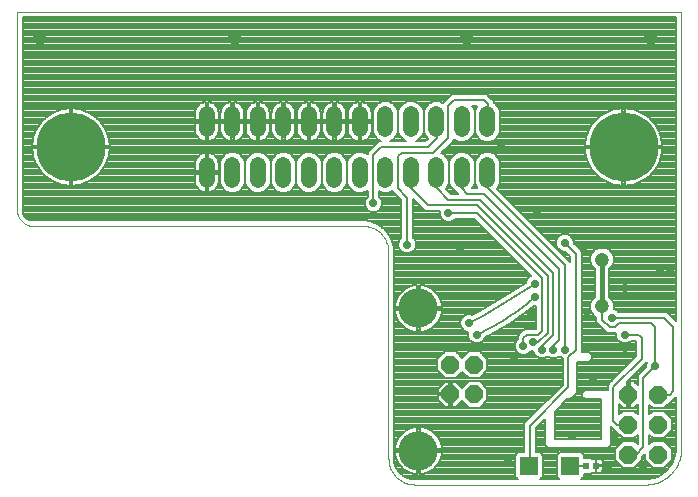
<source format=gtl>
G75*
%MOIN*%
%OFA0B0*%
%FSLAX24Y24*%
%IPPOS*%
%LPD*%
%AMOC8*
5,1,8,0,0,1.08239X$1,22.5*
%
%ADD10C,0.0039*%
%ADD11C,0.0520*%
%ADD12C,0.2300*%
%ADD13OC8,0.0600*%
%ADD14OC8,0.0574*%
%ADD15C,0.1306*%
%ADD16R,0.0591X0.0591*%
%ADD17R,0.0200X0.0200*%
%ADD18C,0.0278*%
%ADD19C,0.0079*%
%ADD20C,0.0475*%
%ADD21C,0.0160*%
D10*
X000639Y008800D02*
X011639Y008800D01*
X011696Y008798D01*
X011753Y008793D01*
X011810Y008783D01*
X011865Y008770D01*
X011920Y008754D01*
X011974Y008733D01*
X012026Y008710D01*
X012077Y008683D01*
X012125Y008653D01*
X012172Y008619D01*
X012216Y008583D01*
X012258Y008544D01*
X012297Y008502D01*
X012333Y008458D01*
X012367Y008411D01*
X012397Y008363D01*
X012424Y008312D01*
X012447Y008260D01*
X012468Y008206D01*
X012484Y008151D01*
X012497Y008096D01*
X012507Y008039D01*
X012512Y007982D01*
X012514Y007925D01*
X012514Y001050D01*
X012516Y000993D01*
X012521Y000936D01*
X012531Y000879D01*
X012544Y000824D01*
X012560Y000769D01*
X012581Y000715D01*
X012604Y000663D01*
X012631Y000613D01*
X012661Y000564D01*
X012695Y000517D01*
X012731Y000473D01*
X012770Y000431D01*
X012812Y000392D01*
X012856Y000356D01*
X012903Y000322D01*
X012952Y000292D01*
X013002Y000265D01*
X013054Y000242D01*
X013108Y000221D01*
X013163Y000205D01*
X013218Y000192D01*
X013275Y000182D01*
X013332Y000177D01*
X013389Y000175D01*
X021014Y000175D01*
X022264Y001300D02*
X022264Y015925D01*
X000139Y015925D01*
X000139Y009300D01*
X000141Y009256D01*
X000147Y009213D01*
X000156Y009171D01*
X000169Y009129D01*
X000186Y009089D01*
X000206Y009050D01*
X000229Y009013D01*
X000256Y008979D01*
X000285Y008946D01*
X000318Y008917D01*
X000352Y008890D01*
X000389Y008867D01*
X000428Y008847D01*
X000468Y008830D01*
X000510Y008817D01*
X000552Y008808D01*
X000595Y008802D01*
X000639Y008800D01*
X021015Y000176D02*
X021081Y000174D01*
X021148Y000176D01*
X021214Y000182D01*
X021280Y000192D01*
X021346Y000205D01*
X021410Y000222D01*
X021474Y000242D01*
X021536Y000266D01*
X021597Y000294D01*
X021656Y000324D01*
X021713Y000358D01*
X021768Y000396D01*
X021822Y000436D01*
X021872Y000479D01*
X021921Y000525D01*
X021966Y000574D01*
X022009Y000625D01*
X022049Y000678D01*
X022086Y000734D01*
X022120Y000792D01*
X022150Y000851D01*
X022177Y000912D01*
X022201Y000974D01*
X022221Y001038D01*
X022237Y001103D01*
X022250Y001168D01*
X022259Y001234D01*
X022264Y001301D01*
D11*
X015814Y010315D02*
X015814Y010835D01*
X014964Y010835D02*
X014964Y010315D01*
X014114Y010315D02*
X014114Y010835D01*
X013264Y010835D02*
X013264Y010315D01*
X012414Y010315D02*
X012414Y010835D01*
X011564Y010835D02*
X011564Y010315D01*
X010714Y010315D02*
X010714Y010835D01*
X009864Y010835D02*
X009864Y010315D01*
X009014Y010315D02*
X009014Y010835D01*
X008164Y010835D02*
X008164Y010315D01*
X007314Y010315D02*
X007314Y010835D01*
X006464Y010835D02*
X006464Y010315D01*
X006464Y012015D02*
X006464Y012535D01*
X007314Y012535D02*
X007314Y012015D01*
X008164Y012015D02*
X008164Y012535D01*
X009014Y012535D02*
X009014Y012015D01*
X009864Y012015D02*
X009864Y012535D01*
X010714Y012535D02*
X010714Y012015D01*
X011564Y012015D02*
X011564Y012535D01*
X012414Y012535D02*
X012414Y012015D01*
X013264Y012015D02*
X013264Y012535D01*
X014114Y012535D02*
X014114Y012015D01*
X014964Y012015D02*
X014964Y012535D01*
X015814Y012535D02*
X015814Y012015D01*
D12*
X020349Y011425D03*
X001929Y011425D03*
D13*
X020514Y003175D03*
X020514Y002175D03*
X020514Y001175D03*
X021514Y001175D03*
X021514Y002175D03*
X021514Y003175D03*
D14*
X015369Y003183D03*
X014581Y003183D03*
X014581Y004167D03*
X015369Y004167D03*
D15*
X013514Y006045D03*
X013514Y001305D03*
D16*
X017200Y000800D03*
X018578Y000800D03*
D17*
X019094Y000800D03*
X019434Y000800D03*
D18*
X019827Y000738D03*
X020077Y001675D03*
X021014Y000738D03*
X018639Y001800D03*
X019327Y003613D03*
X018389Y004675D03*
X018014Y004675D03*
X017639Y004675D03*
X017327Y004925D03*
X017014Y004800D03*
X016702Y004425D03*
X015452Y005175D03*
X015202Y005550D03*
X017264Y005800D03*
X017389Y006425D03*
X017389Y006863D03*
X018389Y008238D03*
X019014Y008050D03*
X019952Y008175D03*
X020389Y006738D03*
X021577Y007300D03*
X021889Y007300D03*
X019952Y005738D03*
X020389Y005175D03*
X020389Y004738D03*
X021389Y004113D03*
X019139Y005925D03*
X017452Y009238D03*
X016264Y011425D03*
X014514Y009238D03*
X013139Y008175D03*
X012014Y009550D03*
X014889Y008050D03*
X016514Y000925D03*
D19*
X016746Y000937D02*
X014217Y000937D01*
X014226Y000954D02*
X014266Y001050D01*
X014293Y001150D01*
X014306Y001253D01*
X014306Y001266D01*
X013554Y001266D01*
X013554Y001344D01*
X014306Y001344D01*
X014306Y001357D01*
X014293Y001460D01*
X014266Y001560D01*
X014226Y001656D01*
X014174Y001746D01*
X014111Y001828D01*
X014038Y001902D01*
X013955Y001965D01*
X013865Y002017D01*
X013770Y002057D01*
X013669Y002083D01*
X013566Y002097D01*
X013554Y002097D01*
X013554Y001344D01*
X013475Y001344D01*
X013475Y001266D01*
X012722Y001266D01*
X012722Y001253D01*
X012736Y001150D01*
X012763Y001050D01*
X012802Y000954D01*
X012854Y000864D01*
X012918Y000782D01*
X012991Y000708D01*
X013073Y000645D01*
X013163Y000593D01*
X013259Y000553D01*
X013360Y000526D01*
X013462Y000513D01*
X013475Y000513D01*
X013475Y001266D01*
X013554Y001266D01*
X013554Y000513D01*
X013566Y000513D01*
X013669Y000526D01*
X013770Y000553D01*
X013865Y000593D01*
X013955Y000645D01*
X014038Y000708D01*
X014111Y000782D01*
X014174Y000864D01*
X014226Y000954D01*
X014251Y001014D02*
X016746Y001014D01*
X016746Y001091D02*
X014277Y001091D01*
X014295Y001169D02*
X016753Y001169D01*
X016746Y001161D02*
X016746Y000439D01*
X016830Y000354D01*
X013389Y000354D01*
X013280Y000363D01*
X013073Y000430D01*
X012897Y000558D01*
X012769Y000734D01*
X012702Y000941D01*
X012693Y001050D01*
X012693Y008092D01*
X012590Y008409D01*
X012394Y008680D01*
X012124Y008876D01*
X012124Y008876D01*
X011806Y008979D01*
X000639Y008979D01*
X000577Y008985D01*
X000461Y009033D01*
X000373Y009122D01*
X000325Y009237D01*
X000318Y009300D01*
X000318Y015746D01*
X022085Y015746D01*
X022085Y005635D01*
X021784Y005936D01*
X020175Y005936D01*
X020121Y005990D01*
X020033Y006027D01*
X020036Y006034D01*
X020036Y006191D01*
X019976Y006337D01*
X019879Y006434D01*
X019879Y007353D01*
X019976Y007450D01*
X020036Y007596D01*
X020036Y007754D01*
X019976Y007900D01*
X019864Y008011D01*
X019718Y008072D01*
X019560Y008072D01*
X019415Y008011D01*
X019303Y007900D01*
X019243Y007754D01*
X019243Y007596D01*
X019303Y007450D01*
X019400Y007353D01*
X019400Y006434D01*
X019303Y006337D01*
X019243Y006191D01*
X019243Y006034D01*
X019303Y005888D01*
X019415Y005776D01*
X019441Y005765D01*
X019441Y005593D01*
X019557Y005476D01*
X019807Y005226D01*
X020091Y005226D01*
X020091Y005116D01*
X020136Y005006D01*
X020220Y004922D01*
X020330Y004877D01*
X020449Y004877D01*
X020558Y004922D01*
X020607Y004970D01*
X020753Y004970D01*
X020753Y004445D01*
X019932Y003624D01*
X019816Y003507D01*
X019816Y003334D01*
X019073Y003334D01*
X018980Y003241D01*
X018980Y003109D01*
X019073Y003016D01*
X019605Y003016D01*
X019605Y001709D01*
X018049Y001709D01*
X018049Y002609D01*
X018455Y003016D01*
X018580Y003016D01*
X018674Y003109D01*
X018799Y003234D01*
X018799Y004266D01*
X019205Y004266D01*
X019299Y004359D01*
X019299Y004491D01*
X019205Y004584D01*
X018955Y004584D01*
X018963Y004593D01*
X018963Y007945D01*
X018688Y008220D01*
X018688Y008297D01*
X018642Y008407D01*
X018558Y008490D01*
X018449Y008536D01*
X018330Y008536D01*
X018220Y008490D01*
X018136Y008407D01*
X018091Y008297D01*
X018091Y008178D01*
X018136Y008068D01*
X018220Y007985D01*
X018330Y007939D01*
X018407Y007939D01*
X018566Y007780D01*
X018566Y007592D01*
X016125Y010033D01*
X016170Y010077D01*
X016234Y010232D01*
X016234Y010918D01*
X016170Y011073D01*
X016052Y011191D01*
X015898Y011254D01*
X015731Y011254D01*
X015577Y011191D01*
X015459Y011073D01*
X015395Y010918D01*
X015395Y010232D01*
X015459Y010077D01*
X015475Y010061D01*
X015304Y010061D01*
X015320Y010077D01*
X015384Y010232D01*
X015384Y010918D01*
X015320Y011073D01*
X015202Y011191D01*
X015048Y011254D01*
X014881Y011254D01*
X014727Y011191D01*
X014609Y011073D01*
X014545Y010918D01*
X014545Y010232D01*
X014609Y010077D01*
X014727Y009959D01*
X014786Y009935D01*
X014847Y009874D01*
X014597Y009874D01*
X014431Y010039D01*
X014470Y010077D01*
X014534Y010232D01*
X014534Y010918D01*
X014470Y011073D01*
X014352Y011191D01*
X014279Y011221D01*
X014597Y011539D01*
X014713Y011655D01*
X014713Y011673D01*
X014727Y011659D01*
X014881Y011596D01*
X015048Y011596D01*
X015202Y011659D01*
X015320Y011777D01*
X015384Y011932D01*
X015384Y012618D01*
X015320Y012773D01*
X015304Y012789D01*
X015475Y012789D01*
X015459Y012773D01*
X015395Y012618D01*
X015395Y011932D01*
X015459Y011777D01*
X015577Y011659D01*
X015731Y011596D01*
X015898Y011596D01*
X016052Y011659D01*
X016170Y011777D01*
X016234Y011932D01*
X016234Y012618D01*
X016170Y012773D01*
X016052Y012891D01*
X016026Y012901D01*
X016026Y012945D01*
X015909Y013061D01*
X015784Y013186D01*
X014620Y013186D01*
X014503Y013070D01*
X014332Y012899D01*
X014198Y012954D01*
X014031Y012954D01*
X013877Y012891D01*
X013759Y012773D01*
X013695Y012618D01*
X013695Y011932D01*
X013759Y011777D01*
X013829Y011708D01*
X013745Y011624D01*
X013416Y011624D01*
X013502Y011659D01*
X013620Y011777D01*
X013684Y011932D01*
X013684Y012618D01*
X013620Y012773D01*
X013502Y012891D01*
X013348Y012954D01*
X013181Y012954D01*
X013027Y012891D01*
X012909Y012773D01*
X012845Y012618D01*
X012845Y011932D01*
X012909Y011777D01*
X013027Y011659D01*
X013113Y011624D01*
X012566Y011624D01*
X012652Y011659D01*
X012770Y011777D01*
X012834Y011932D01*
X012834Y012618D01*
X012770Y012773D01*
X012652Y012891D01*
X012498Y012954D01*
X012331Y012954D01*
X012177Y012891D01*
X012059Y012773D01*
X011995Y012618D01*
X011995Y011932D01*
X012059Y011777D01*
X012177Y011659D01*
X012263Y011624D01*
X012182Y011624D01*
X012066Y011507D01*
X011816Y011257D01*
X011816Y011177D01*
X011802Y011191D01*
X011648Y011254D01*
X011481Y011254D01*
X011327Y011191D01*
X011209Y011073D01*
X011145Y010918D01*
X011145Y010232D01*
X011209Y010077D01*
X011327Y009959D01*
X011481Y009896D01*
X011648Y009896D01*
X011802Y009959D01*
X011816Y009973D01*
X011816Y009773D01*
X011761Y009719D01*
X011716Y009609D01*
X011716Y009491D01*
X011761Y009381D01*
X011845Y009297D01*
X011955Y009252D01*
X012074Y009252D01*
X012183Y009297D01*
X012267Y009381D01*
X012313Y009491D01*
X012313Y009609D01*
X012267Y009719D01*
X012213Y009773D01*
X012213Y009944D01*
X012331Y009896D01*
X012498Y009896D01*
X012641Y009955D01*
X012745Y009851D01*
X012941Y009655D01*
X012941Y008398D01*
X012886Y008344D01*
X012841Y008234D01*
X012841Y008116D01*
X012886Y008006D01*
X012970Y007922D01*
X013080Y007877D01*
X013199Y007877D01*
X013308Y007922D01*
X013392Y008006D01*
X013438Y008116D01*
X013438Y008234D01*
X013392Y008344D01*
X013338Y008398D01*
X013338Y009695D01*
X013745Y009289D01*
X014216Y009289D01*
X014216Y009178D01*
X014261Y009068D01*
X014345Y008985D01*
X014455Y008939D01*
X014574Y008939D01*
X014683Y008985D01*
X014738Y009039D01*
X015370Y009039D01*
X017272Y007137D01*
X017220Y007115D01*
X017136Y007032D01*
X017091Y006922D01*
X017091Y006905D01*
X016749Y006681D01*
X015663Y006030D01*
X015302Y005832D01*
X015261Y005848D01*
X015143Y005848D01*
X015033Y005803D01*
X014949Y005719D01*
X014903Y005609D01*
X014903Y005491D01*
X014949Y005381D01*
X015033Y005297D01*
X015143Y005252D01*
X015161Y005252D01*
X015153Y005234D01*
X015153Y005116D01*
X015199Y005006D01*
X015283Y004922D01*
X015393Y004877D01*
X015511Y004877D01*
X015621Y004922D01*
X015705Y005006D01*
X015736Y005081D01*
X015895Y005150D01*
X015895Y005150D01*
X016586Y005544D01*
X017229Y006011D01*
X017357Y006127D01*
X017441Y006127D01*
X017441Y005382D01*
X017432Y005374D01*
X017057Y005374D01*
X016941Y005257D01*
X016816Y005132D01*
X016816Y005023D01*
X016761Y004969D01*
X016716Y004859D01*
X016716Y004741D01*
X016761Y004631D01*
X016845Y004547D01*
X016955Y004502D01*
X017074Y004502D01*
X017183Y004547D01*
X017264Y004628D01*
X017268Y004627D01*
X017341Y004627D01*
X017341Y004616D01*
X017386Y004506D01*
X017470Y004422D01*
X017580Y004377D01*
X017699Y004377D01*
X017808Y004422D01*
X017827Y004440D01*
X017845Y004422D01*
X017955Y004377D01*
X018074Y004377D01*
X018183Y004422D01*
X018202Y004440D01*
X018220Y004422D01*
X018316Y004383D01*
X018316Y003507D01*
X017027Y002219D01*
X017027Y001255D01*
X016839Y001255D01*
X016746Y001161D01*
X016830Y001246D02*
X014306Y001246D01*
X014301Y001400D02*
X017027Y001400D01*
X017027Y001323D02*
X013554Y001323D01*
X013554Y001246D02*
X013475Y001246D01*
X013475Y001323D02*
X012693Y001323D01*
X012722Y001344D02*
X013475Y001344D01*
X013475Y002097D01*
X013462Y002097D01*
X013360Y002083D01*
X013259Y002057D01*
X013163Y002017D01*
X013073Y001965D01*
X012991Y001902D01*
X012918Y001828D01*
X012854Y001746D01*
X012802Y001656D01*
X012763Y001560D01*
X012736Y001460D01*
X012722Y001357D01*
X012722Y001344D01*
X012728Y001400D02*
X012693Y001400D01*
X012693Y001477D02*
X012741Y001477D01*
X012761Y001555D02*
X012693Y001555D01*
X012693Y001632D02*
X012792Y001632D01*
X012833Y001709D02*
X012693Y001709D01*
X012693Y001786D02*
X012885Y001786D01*
X012953Y001864D02*
X012693Y001864D01*
X012693Y001941D02*
X013042Y001941D01*
X013166Y002018D02*
X012693Y002018D01*
X012693Y002095D02*
X013450Y002095D01*
X013475Y002095D02*
X013554Y002095D01*
X013579Y002095D02*
X017027Y002095D01*
X017027Y002018D02*
X013862Y002018D01*
X013987Y001941D02*
X017027Y001941D01*
X017027Y001864D02*
X014076Y001864D01*
X014143Y001786D02*
X017027Y001786D01*
X017027Y001709D02*
X014196Y001709D01*
X014236Y001632D02*
X017027Y001632D01*
X017027Y001555D02*
X014268Y001555D01*
X014288Y001477D02*
X017027Y001477D01*
X017425Y001477D02*
X017736Y001477D01*
X017730Y001484D02*
X017823Y001391D01*
X019830Y001391D01*
X019924Y001484D01*
X019924Y002110D01*
X019941Y002093D01*
X020057Y001976D01*
X020063Y001976D01*
X020324Y001716D01*
X020705Y001716D01*
X020816Y001827D01*
X020816Y001523D01*
X020705Y001634D01*
X020324Y001634D01*
X020055Y001365D01*
X020055Y000985D01*
X020324Y000716D01*
X020705Y000716D01*
X020974Y000985D01*
X020974Y001103D01*
X021055Y001185D01*
X021055Y000985D01*
X021324Y000716D01*
X021705Y000716D01*
X021974Y000985D01*
X021974Y001365D01*
X021705Y001634D01*
X021324Y001634D01*
X021213Y001523D01*
X021213Y001827D01*
X021324Y001716D01*
X021705Y001716D01*
X021974Y001985D01*
X021974Y002365D01*
X021705Y002634D01*
X021324Y002634D01*
X021213Y002523D01*
X021213Y002827D01*
X021324Y002716D01*
X021705Y002716D01*
X021965Y002976D01*
X021972Y002976D01*
X022085Y003090D01*
X022085Y001308D01*
X022065Y001152D01*
X021952Y000857D01*
X021753Y000612D01*
X021488Y000440D01*
X021182Y000358D01*
X021033Y000354D01*
X021019Y000354D01*
X020950Y000358D01*
X020946Y000354D01*
X018948Y000354D01*
X019033Y000439D01*
X019033Y000541D01*
X019260Y000541D01*
X019288Y000568D01*
X019316Y000561D01*
X019424Y000561D01*
X019424Y000789D01*
X019445Y000789D01*
X019445Y000561D01*
X019553Y000561D01*
X019588Y000570D01*
X019620Y000588D01*
X019646Y000614D01*
X019664Y000646D01*
X019674Y000682D01*
X019674Y000789D01*
X019445Y000789D01*
X019445Y000811D01*
X019424Y000811D01*
X019424Y001039D01*
X019316Y001039D01*
X019288Y001032D01*
X019260Y001059D01*
X019033Y001059D01*
X019033Y001161D01*
X018940Y001255D01*
X018217Y001255D01*
X018124Y001161D01*
X018124Y000439D01*
X018208Y000354D01*
X017570Y000354D01*
X017655Y000439D01*
X017655Y001161D01*
X017562Y001255D01*
X017425Y001255D01*
X017425Y002054D01*
X017730Y002360D01*
X017730Y001616D01*
X017730Y001484D01*
X017730Y001555D02*
X017425Y001555D01*
X017425Y001632D02*
X017730Y001632D01*
X017730Y001709D02*
X017425Y001709D01*
X017425Y001786D02*
X017730Y001786D01*
X017730Y001864D02*
X017425Y001864D01*
X017425Y001941D02*
X017730Y001941D01*
X017730Y002018D02*
X017425Y002018D01*
X017466Y002095D02*
X017730Y002095D01*
X017730Y002173D02*
X017543Y002173D01*
X017620Y002250D02*
X017730Y002250D01*
X017730Y002327D02*
X017698Y002327D01*
X017444Y002636D02*
X012693Y002636D01*
X012693Y002559D02*
X017367Y002559D01*
X017290Y002482D02*
X012693Y002482D01*
X012693Y002404D02*
X017213Y002404D01*
X017135Y002327D02*
X012693Y002327D01*
X012693Y002250D02*
X017058Y002250D01*
X017027Y002173D02*
X012693Y002173D01*
X012693Y002713D02*
X017522Y002713D01*
X017599Y002791D02*
X015608Y002791D01*
X015554Y002736D02*
X015815Y002998D01*
X015815Y003368D01*
X015554Y003629D01*
X015184Y003629D01*
X014961Y003406D01*
X014758Y003609D01*
X014621Y003609D01*
X014621Y003222D01*
X014542Y003222D01*
X014542Y003144D01*
X014155Y003144D01*
X014155Y003006D01*
X014405Y002756D01*
X014542Y002756D01*
X014542Y003143D01*
X014621Y003143D01*
X014621Y002756D01*
X014758Y002756D01*
X014961Y002959D01*
X015184Y002736D01*
X015554Y002736D01*
X015685Y002868D02*
X017676Y002868D01*
X017753Y002945D02*
X015762Y002945D01*
X015815Y003022D02*
X017831Y003022D01*
X017908Y003100D02*
X015815Y003100D01*
X015815Y003177D02*
X017985Y003177D01*
X018062Y003254D02*
X015815Y003254D01*
X015815Y003331D02*
X018140Y003331D01*
X018217Y003408D02*
X015774Y003408D01*
X015697Y003486D02*
X018294Y003486D01*
X018316Y003563D02*
X015620Y003563D01*
X015554Y003721D02*
X015815Y003982D01*
X015815Y004352D01*
X015554Y004614D01*
X015184Y004614D01*
X014975Y004405D01*
X014766Y004614D01*
X014396Y004614D01*
X014135Y004352D01*
X014135Y003982D01*
X014396Y003721D01*
X014766Y003721D01*
X014975Y003930D01*
X015184Y003721D01*
X015554Y003721D01*
X015628Y003795D02*
X018316Y003795D01*
X018316Y003872D02*
X015705Y003872D01*
X015782Y003949D02*
X018316Y003949D01*
X018316Y004026D02*
X015815Y004026D01*
X015815Y004104D02*
X018316Y004104D01*
X018316Y004181D02*
X015815Y004181D01*
X015815Y004258D02*
X018316Y004258D01*
X018316Y004335D02*
X015815Y004335D01*
X015754Y004413D02*
X017493Y004413D01*
X017402Y004490D02*
X015677Y004490D01*
X015600Y004567D02*
X016825Y004567D01*
X016756Y004644D02*
X012693Y004644D01*
X012693Y004567D02*
X014350Y004567D01*
X014273Y004490D02*
X012693Y004490D01*
X012693Y004413D02*
X014196Y004413D01*
X014135Y004335D02*
X012693Y004335D01*
X012693Y004258D02*
X014135Y004258D01*
X014135Y004181D02*
X012693Y004181D01*
X012693Y004104D02*
X014135Y004104D01*
X014135Y004026D02*
X012693Y004026D01*
X012693Y003949D02*
X014168Y003949D01*
X014245Y003872D02*
X012693Y003872D01*
X012693Y003795D02*
X014322Y003795D01*
X014405Y003609D02*
X014155Y003359D01*
X014155Y003222D01*
X014542Y003222D01*
X014542Y003609D01*
X014405Y003609D01*
X014358Y003563D02*
X012693Y003563D01*
X012693Y003640D02*
X018316Y003640D01*
X018316Y003717D02*
X012693Y003717D01*
X012693Y003486D02*
X014281Y003486D01*
X014204Y003408D02*
X012693Y003408D01*
X012693Y003331D02*
X014155Y003331D01*
X014155Y003254D02*
X012693Y003254D01*
X012693Y003177D02*
X014542Y003177D01*
X014542Y003254D02*
X014621Y003254D01*
X014621Y003331D02*
X014542Y003331D01*
X014542Y003408D02*
X014621Y003408D01*
X014621Y003486D02*
X014542Y003486D01*
X014542Y003563D02*
X014621Y003563D01*
X014804Y003563D02*
X015118Y003563D01*
X015040Y003486D02*
X014881Y003486D01*
X014959Y003408D02*
X014963Y003408D01*
X014621Y003100D02*
X014542Y003100D01*
X014542Y003022D02*
X014621Y003022D01*
X014621Y002945D02*
X014542Y002945D01*
X014542Y002868D02*
X014621Y002868D01*
X014621Y002791D02*
X014542Y002791D01*
X014371Y002791D02*
X012693Y002791D01*
X012693Y002868D02*
X014293Y002868D01*
X014216Y002945D02*
X012693Y002945D01*
X012693Y003022D02*
X014155Y003022D01*
X014155Y003100D02*
X012693Y003100D01*
X013475Y002018D02*
X013554Y002018D01*
X013554Y001941D02*
X013475Y001941D01*
X013475Y001864D02*
X013554Y001864D01*
X013554Y001786D02*
X013475Y001786D01*
X013475Y001709D02*
X013554Y001709D01*
X013554Y001632D02*
X013475Y001632D01*
X013475Y001555D02*
X013554Y001555D01*
X013554Y001477D02*
X013475Y001477D01*
X013475Y001400D02*
X013554Y001400D01*
X013554Y001169D02*
X013475Y001169D01*
X013475Y001091D02*
X013554Y001091D01*
X013554Y001014D02*
X013475Y001014D01*
X013475Y000937D02*
X013554Y000937D01*
X013554Y000860D02*
X013475Y000860D01*
X013475Y000782D02*
X013554Y000782D01*
X013554Y000705D02*
X013475Y000705D01*
X013475Y000628D02*
X013554Y000628D01*
X013554Y000551D02*
X013475Y000551D01*
X013269Y000551D02*
X012907Y000551D01*
X012846Y000628D02*
X013103Y000628D01*
X012995Y000705D02*
X012790Y000705D01*
X012754Y000782D02*
X012917Y000782D01*
X012858Y000860D02*
X012728Y000860D01*
X012703Y000937D02*
X012812Y000937D01*
X012777Y001014D02*
X012696Y001014D01*
X012693Y001091D02*
X012752Y001091D01*
X012733Y001169D02*
X012693Y001169D01*
X012693Y001246D02*
X012723Y001246D01*
X013014Y000473D02*
X016746Y000473D01*
X016746Y000551D02*
X013760Y000551D01*
X013926Y000628D02*
X016746Y000628D01*
X016746Y000705D02*
X014034Y000705D01*
X014112Y000782D02*
X016746Y000782D01*
X016746Y000860D02*
X014171Y000860D01*
X013177Y000396D02*
X016788Y000396D01*
X017200Y000800D02*
X017226Y000800D01*
X017226Y002137D01*
X018514Y003425D01*
X018514Y004425D01*
X018764Y004675D01*
X018764Y007863D01*
X018389Y008238D01*
X018665Y008352D02*
X022085Y008352D01*
X022085Y008429D02*
X018620Y008429D01*
X018520Y008506D02*
X022085Y008506D01*
X022085Y008584D02*
X017574Y008584D01*
X017497Y008661D02*
X022085Y008661D01*
X022085Y008738D02*
X017420Y008738D01*
X017343Y008815D02*
X022085Y008815D01*
X022085Y008893D02*
X017265Y008893D01*
X017188Y008970D02*
X022085Y008970D01*
X022085Y009047D02*
X017111Y009047D01*
X017034Y009124D02*
X022085Y009124D01*
X022085Y009202D02*
X016956Y009202D01*
X016879Y009279D02*
X022085Y009279D01*
X022085Y009356D02*
X016802Y009356D01*
X016725Y009433D02*
X022085Y009433D01*
X022085Y009510D02*
X016647Y009510D01*
X016570Y009588D02*
X022085Y009588D01*
X022085Y009665D02*
X016493Y009665D01*
X016416Y009742D02*
X022085Y009742D01*
X022085Y009819D02*
X016338Y009819D01*
X016261Y009897D02*
X022085Y009897D01*
X022085Y009974D02*
X016184Y009974D01*
X016144Y010051D02*
X022085Y010051D01*
X022085Y010128D02*
X016191Y010128D01*
X016223Y010206D02*
X019927Y010206D01*
X019914Y010210D02*
X020036Y010173D01*
X020160Y010148D01*
X020286Y010136D01*
X020310Y010136D01*
X020310Y011386D01*
X019060Y011386D01*
X019060Y011362D01*
X019072Y011236D01*
X019097Y011111D01*
X019134Y010990D01*
X019182Y010873D01*
X019242Y010761D01*
X019312Y010656D01*
X019393Y010558D01*
X019482Y010468D01*
X019580Y010388D01*
X019686Y010318D01*
X019797Y010258D01*
X019914Y010210D01*
X019751Y010283D02*
X016234Y010283D01*
X016234Y010360D02*
X019622Y010360D01*
X019520Y010437D02*
X016234Y010437D01*
X016234Y010515D02*
X019436Y010515D01*
X019365Y010592D02*
X016234Y010592D01*
X016234Y010669D02*
X019304Y010669D01*
X019252Y010746D02*
X016234Y010746D01*
X016234Y010824D02*
X019209Y010824D01*
X019171Y010901D02*
X016234Y010901D01*
X016209Y010978D02*
X019139Y010978D01*
X019114Y011055D02*
X016177Y011055D01*
X016110Y011133D02*
X019093Y011133D01*
X019078Y011210D02*
X016005Y011210D01*
X015623Y011210D02*
X015155Y011210D01*
X015260Y011133D02*
X015519Y011133D01*
X015452Y011055D02*
X015327Y011055D01*
X015359Y010978D02*
X015420Y010978D01*
X015395Y010901D02*
X015384Y010901D01*
X015384Y010824D02*
X015395Y010824D01*
X015384Y010746D02*
X015395Y010746D01*
X015384Y010669D02*
X015395Y010669D01*
X015384Y010592D02*
X015395Y010592D01*
X015384Y010515D02*
X015395Y010515D01*
X015384Y010437D02*
X015395Y010437D01*
X015384Y010360D02*
X015395Y010360D01*
X015384Y010283D02*
X015395Y010283D01*
X015406Y010206D02*
X015373Y010206D01*
X015341Y010128D02*
X015438Y010128D01*
X015702Y009863D02*
X015139Y009863D01*
X014952Y010050D01*
X014952Y010563D01*
X014964Y010575D01*
X014545Y010592D02*
X014534Y010592D01*
X014534Y010669D02*
X014545Y010669D01*
X014534Y010746D02*
X014545Y010746D01*
X014534Y010824D02*
X014545Y010824D01*
X014534Y010901D02*
X014545Y010901D01*
X014570Y010978D02*
X014509Y010978D01*
X014477Y011055D02*
X014602Y011055D01*
X014669Y011133D02*
X014410Y011133D01*
X014305Y011210D02*
X014773Y011210D01*
X014499Y011442D02*
X020310Y011442D01*
X020310Y011464D02*
X020310Y011386D01*
X020389Y011386D01*
X020389Y011464D01*
X021639Y011464D01*
X021639Y011488D01*
X021626Y011614D01*
X021602Y011739D01*
X021565Y011860D01*
X021516Y011977D01*
X021457Y012089D01*
X021386Y012194D01*
X021306Y012292D01*
X021216Y012382D01*
X021118Y012462D01*
X021013Y012532D01*
X020901Y012592D01*
X020784Y012640D01*
X020663Y012677D01*
X020539Y012702D01*
X020413Y012714D01*
X020389Y012714D01*
X020389Y011464D01*
X020310Y011464D01*
X019060Y011464D01*
X019060Y011488D01*
X019072Y011614D01*
X019097Y011739D01*
X019134Y011860D01*
X019182Y011977D01*
X019242Y012089D01*
X019312Y012194D01*
X019393Y012292D01*
X019482Y012382D01*
X019580Y012462D01*
X019686Y012532D01*
X019797Y012592D01*
X019914Y012640D01*
X020036Y012677D01*
X020160Y012702D01*
X020286Y012714D01*
X020310Y012714D01*
X020310Y011464D01*
X020310Y011519D02*
X020389Y011519D01*
X020389Y011596D02*
X020310Y011596D01*
X020310Y011673D02*
X020389Y011673D01*
X020389Y011750D02*
X020310Y011750D01*
X020310Y011828D02*
X020389Y011828D01*
X020389Y011905D02*
X020310Y011905D01*
X020310Y011982D02*
X020389Y011982D01*
X020389Y012059D02*
X020310Y012059D01*
X020310Y012137D02*
X020389Y012137D01*
X020389Y012214D02*
X020310Y012214D01*
X020310Y012291D02*
X020389Y012291D01*
X020389Y012368D02*
X020310Y012368D01*
X020310Y012446D02*
X020389Y012446D01*
X020389Y012523D02*
X020310Y012523D01*
X020310Y012600D02*
X020389Y012600D01*
X020389Y012677D02*
X020310Y012677D01*
X020036Y012677D02*
X016209Y012677D01*
X016234Y012600D02*
X019817Y012600D01*
X019672Y012523D02*
X016234Y012523D01*
X016234Y012446D02*
X019561Y012446D01*
X019469Y012368D02*
X016234Y012368D01*
X016234Y012291D02*
X019392Y012291D01*
X019329Y012214D02*
X016234Y012214D01*
X016234Y012137D02*
X019274Y012137D01*
X019226Y012059D02*
X016234Y012059D01*
X016234Y011982D02*
X019185Y011982D01*
X019153Y011905D02*
X016223Y011905D01*
X016191Y011828D02*
X019124Y011828D01*
X019101Y011750D02*
X016143Y011750D01*
X016066Y011673D02*
X019084Y011673D01*
X019071Y011596D02*
X015899Y011596D01*
X015730Y011596D02*
X015049Y011596D01*
X014880Y011596D02*
X014654Y011596D01*
X014577Y011519D02*
X019063Y011519D01*
X019060Y011364D02*
X014422Y011364D01*
X014345Y011287D02*
X019067Y011287D01*
X020310Y011287D02*
X020389Y011287D01*
X020389Y011210D02*
X020310Y011210D01*
X020310Y011133D02*
X020389Y011133D01*
X020389Y011055D02*
X020310Y011055D01*
X020310Y010978D02*
X020389Y010978D01*
X020389Y010901D02*
X020310Y010901D01*
X020310Y010824D02*
X020389Y010824D01*
X020389Y010746D02*
X020310Y010746D01*
X020310Y010669D02*
X020389Y010669D01*
X020389Y010592D02*
X020310Y010592D01*
X020310Y010515D02*
X020389Y010515D01*
X020389Y010437D02*
X020310Y010437D01*
X020310Y010360D02*
X020389Y010360D01*
X020389Y010283D02*
X020310Y010283D01*
X020310Y010206D02*
X020389Y010206D01*
X020389Y010136D02*
X020413Y010136D01*
X020539Y010148D01*
X020663Y010173D01*
X020784Y010210D01*
X020901Y010258D01*
X021013Y010318D01*
X021118Y010388D01*
X021216Y010468D01*
X021306Y010558D01*
X021386Y010656D01*
X021457Y010761D01*
X021516Y010873D01*
X021565Y010990D01*
X021602Y011111D01*
X021626Y011236D01*
X021639Y011362D01*
X021639Y011386D01*
X020389Y011386D01*
X020389Y010136D01*
X020771Y010206D02*
X022085Y010206D01*
X022085Y010283D02*
X020948Y010283D01*
X021076Y010360D02*
X022085Y010360D01*
X022085Y010437D02*
X021178Y010437D01*
X021262Y010515D02*
X022085Y010515D01*
X022085Y010592D02*
X021334Y010592D01*
X021395Y010669D02*
X022085Y010669D01*
X022085Y010746D02*
X021447Y010746D01*
X021490Y010824D02*
X022085Y010824D01*
X022085Y010901D02*
X021528Y010901D01*
X021560Y010978D02*
X022085Y010978D01*
X022085Y011055D02*
X021585Y011055D01*
X021606Y011133D02*
X022085Y011133D01*
X022085Y011210D02*
X021621Y011210D01*
X021631Y011287D02*
X022085Y011287D01*
X022085Y011364D02*
X021639Y011364D01*
X021636Y011519D02*
X022085Y011519D01*
X022085Y011596D02*
X021628Y011596D01*
X021615Y011673D02*
X022085Y011673D01*
X022085Y011750D02*
X021598Y011750D01*
X021575Y011828D02*
X022085Y011828D01*
X022085Y011905D02*
X021546Y011905D01*
X021514Y011982D02*
X022085Y011982D01*
X022085Y012059D02*
X021472Y012059D01*
X021425Y012137D02*
X022085Y012137D01*
X022085Y012214D02*
X021370Y012214D01*
X021307Y012291D02*
X022085Y012291D01*
X022085Y012368D02*
X021229Y012368D01*
X021138Y012446D02*
X022085Y012446D01*
X022085Y012523D02*
X021027Y012523D01*
X020882Y012600D02*
X022085Y012600D01*
X022085Y012677D02*
X020662Y012677D01*
X022085Y012755D02*
X016177Y012755D01*
X016111Y012832D02*
X022085Y012832D01*
X022085Y012909D02*
X016026Y012909D01*
X015984Y012986D02*
X022085Y012986D01*
X022085Y013064D02*
X015907Y013064D01*
X015830Y013141D02*
X022085Y013141D01*
X022085Y013218D02*
X000318Y013218D01*
X000318Y013141D02*
X014574Y013141D01*
X014497Y013064D02*
X000318Y013064D01*
X000318Y012986D02*
X014420Y012986D01*
X014342Y012909D02*
X014307Y012909D01*
X014514Y012800D02*
X014702Y012988D01*
X015702Y012988D01*
X015827Y012863D01*
X015827Y012288D01*
X015814Y012275D01*
X015395Y012291D02*
X015384Y012291D01*
X015384Y012214D02*
X015395Y012214D01*
X015384Y012137D02*
X015395Y012137D01*
X015384Y012059D02*
X015395Y012059D01*
X015384Y011982D02*
X015395Y011982D01*
X015406Y011905D02*
X015373Y011905D01*
X015341Y011828D02*
X015438Y011828D01*
X015486Y011750D02*
X015293Y011750D01*
X015216Y011673D02*
X015563Y011673D01*
X015395Y012368D02*
X015384Y012368D01*
X015384Y012446D02*
X015395Y012446D01*
X015384Y012523D02*
X015395Y012523D01*
X015384Y012600D02*
X015395Y012600D01*
X015419Y012677D02*
X015359Y012677D01*
X015327Y012755D02*
X015451Y012755D01*
X014514Y012800D02*
X014514Y011738D01*
X014014Y011238D01*
X012952Y011238D01*
X012827Y011113D01*
X012827Y010050D01*
X013139Y009738D01*
X013139Y008175D01*
X012927Y007966D02*
X012693Y007966D01*
X012693Y008043D02*
X012871Y008043D01*
X012841Y008120D02*
X012684Y008120D01*
X012659Y008197D02*
X012841Y008197D01*
X012858Y008275D02*
X012634Y008275D01*
X012609Y008352D02*
X012894Y008352D01*
X012941Y008429D02*
X012576Y008429D01*
X012590Y008409D02*
X012590Y008409D01*
X012520Y008506D02*
X012941Y008506D01*
X012941Y008584D02*
X012464Y008584D01*
X012408Y008661D02*
X012941Y008661D01*
X012941Y008738D02*
X012314Y008738D01*
X012394Y008680D02*
X012394Y008680D01*
X012394Y008680D01*
X012207Y008815D02*
X012941Y008815D01*
X012941Y008893D02*
X012072Y008893D01*
X011835Y008970D02*
X012941Y008970D01*
X012941Y009047D02*
X000447Y009047D01*
X000371Y009124D02*
X012941Y009124D01*
X012941Y009202D02*
X000339Y009202D01*
X000321Y009279D02*
X011889Y009279D01*
X011786Y009356D02*
X000318Y009356D01*
X000318Y009433D02*
X011740Y009433D01*
X011716Y009510D02*
X000318Y009510D01*
X000318Y009588D02*
X011716Y009588D01*
X011739Y009665D02*
X000318Y009665D01*
X000318Y009742D02*
X011785Y009742D01*
X011816Y009819D02*
X000318Y009819D01*
X000318Y009897D02*
X007228Y009897D01*
X007231Y009896D02*
X007398Y009896D01*
X007552Y009959D01*
X007670Y010077D01*
X007734Y010232D01*
X007734Y010918D01*
X007670Y011073D01*
X007552Y011191D01*
X007398Y011254D01*
X007231Y011254D01*
X007077Y011191D01*
X006959Y011073D01*
X006895Y010918D01*
X006895Y010232D01*
X006959Y010077D01*
X007077Y009959D01*
X007231Y009896D01*
X007400Y009897D02*
X008078Y009897D01*
X008081Y009896D02*
X008248Y009896D01*
X008402Y009959D01*
X008520Y010077D01*
X008584Y010232D01*
X008584Y010918D01*
X008520Y011073D01*
X008402Y011191D01*
X008248Y011254D01*
X008081Y011254D01*
X007927Y011191D01*
X007809Y011073D01*
X007745Y010918D01*
X007745Y010232D01*
X007809Y010077D01*
X007927Y009959D01*
X008081Y009896D01*
X008250Y009897D02*
X008928Y009897D01*
X008931Y009896D02*
X009098Y009896D01*
X009252Y009959D01*
X009370Y010077D01*
X009434Y010232D01*
X009434Y010918D01*
X009370Y011073D01*
X009252Y011191D01*
X009098Y011254D01*
X008931Y011254D01*
X008777Y011191D01*
X008659Y011073D01*
X008595Y010918D01*
X008595Y010232D01*
X008659Y010077D01*
X008777Y009959D01*
X008931Y009896D01*
X009100Y009897D02*
X009778Y009897D01*
X009781Y009896D02*
X009948Y009896D01*
X010102Y009959D01*
X010220Y010077D01*
X010284Y010232D01*
X010284Y010918D01*
X010220Y011073D01*
X010102Y011191D01*
X009948Y011254D01*
X009781Y011254D01*
X009627Y011191D01*
X009509Y011073D01*
X009445Y010918D01*
X009445Y010232D01*
X009509Y010077D01*
X009627Y009959D01*
X009781Y009896D01*
X009950Y009897D02*
X010628Y009897D01*
X010631Y009896D02*
X010798Y009896D01*
X010952Y009959D01*
X011070Y010077D01*
X011134Y010232D01*
X011134Y010918D01*
X011070Y011073D01*
X010952Y011191D01*
X010798Y011254D01*
X010631Y011254D01*
X010477Y011191D01*
X010359Y011073D01*
X010295Y010918D01*
X010295Y010232D01*
X010359Y010077D01*
X010477Y009959D01*
X010631Y009896D01*
X010800Y009897D02*
X011478Y009897D01*
X011650Y009897D02*
X011816Y009897D01*
X012213Y009897D02*
X012328Y009897D01*
X012213Y009819D02*
X012776Y009819D01*
X012745Y009851D02*
X012745Y009851D01*
X012699Y009897D02*
X012500Y009897D01*
X012244Y009742D02*
X012854Y009742D01*
X012931Y009665D02*
X012290Y009665D01*
X012313Y009588D02*
X012941Y009588D01*
X012941Y009510D02*
X012313Y009510D01*
X012289Y009433D02*
X012941Y009433D01*
X012941Y009356D02*
X012242Y009356D01*
X012139Y009279D02*
X012941Y009279D01*
X013338Y009279D02*
X014216Y009279D01*
X014216Y009202D02*
X013338Y009202D01*
X013338Y009124D02*
X014238Y009124D01*
X014283Y009047D02*
X013338Y009047D01*
X013338Y008970D02*
X014381Y008970D01*
X014648Y008970D02*
X015439Y008970D01*
X015516Y008893D02*
X013338Y008893D01*
X013338Y008815D02*
X015593Y008815D01*
X015670Y008738D02*
X013338Y008738D01*
X013338Y008661D02*
X015747Y008661D01*
X015825Y008584D02*
X013338Y008584D01*
X013338Y008506D02*
X015902Y008506D01*
X015979Y008429D02*
X013338Y008429D01*
X013385Y008352D02*
X016056Y008352D01*
X016134Y008275D02*
X013421Y008275D01*
X013438Y008197D02*
X016211Y008197D01*
X016288Y008120D02*
X013438Y008120D01*
X013408Y008043D02*
X016365Y008043D01*
X016443Y007966D02*
X013352Y007966D01*
X013227Y007888D02*
X016520Y007888D01*
X016597Y007811D02*
X012693Y007811D01*
X012693Y007734D02*
X016674Y007734D01*
X016752Y007657D02*
X012693Y007657D01*
X012693Y007579D02*
X016829Y007579D01*
X016906Y007502D02*
X012693Y007502D01*
X012693Y007425D02*
X016983Y007425D01*
X017061Y007348D02*
X012693Y007348D01*
X012693Y007271D02*
X017138Y007271D01*
X017215Y007193D02*
X012693Y007193D01*
X012693Y007116D02*
X017222Y007116D01*
X017144Y007039D02*
X012693Y007039D01*
X012693Y006962D02*
X017107Y006962D01*
X017059Y006884D02*
X012693Y006884D01*
X012693Y006807D02*
X013298Y006807D01*
X013259Y006797D02*
X013163Y006757D01*
X013073Y006705D01*
X012991Y006642D01*
X012918Y006568D01*
X012854Y006486D01*
X012802Y006396D01*
X012763Y006300D01*
X012736Y006200D01*
X012722Y006097D01*
X012722Y006084D01*
X013475Y006084D01*
X013475Y006006D01*
X012722Y006006D01*
X012722Y005993D01*
X012736Y005890D01*
X012763Y005790D01*
X012802Y005694D01*
X012854Y005604D01*
X012918Y005522D01*
X012991Y005448D01*
X013073Y005385D01*
X013163Y005333D01*
X013259Y005293D01*
X013360Y005267D01*
X013462Y005253D01*
X013475Y005253D01*
X013475Y006006D01*
X013554Y006006D01*
X013554Y006084D01*
X014306Y006084D01*
X014306Y006097D01*
X014293Y006200D01*
X014266Y006300D01*
X014226Y006396D01*
X014174Y006486D01*
X014111Y006568D01*
X014038Y006642D01*
X013955Y006705D01*
X013865Y006757D01*
X013770Y006797D01*
X013669Y006824D01*
X013566Y006837D01*
X013554Y006837D01*
X013554Y006084D01*
X013475Y006084D01*
X013475Y006837D01*
X013462Y006837D01*
X013360Y006824D01*
X013259Y006797D01*
X013116Y006730D02*
X012693Y006730D01*
X012693Y006653D02*
X013005Y006653D01*
X012924Y006575D02*
X012693Y006575D01*
X012693Y006498D02*
X012864Y006498D01*
X012817Y006421D02*
X012693Y006421D01*
X012693Y006344D02*
X012781Y006344D01*
X012754Y006266D02*
X012693Y006266D01*
X012693Y006189D02*
X012734Y006189D01*
X012724Y006112D02*
X012693Y006112D01*
X012693Y006035D02*
X013475Y006035D01*
X013475Y006112D02*
X013554Y006112D01*
X013554Y006189D02*
X013475Y006189D01*
X013475Y006266D02*
X013554Y006266D01*
X013554Y006344D02*
X013475Y006344D01*
X013475Y006421D02*
X013554Y006421D01*
X013554Y006498D02*
X013475Y006498D01*
X013475Y006575D02*
X013554Y006575D01*
X013554Y006653D02*
X013475Y006653D01*
X013475Y006730D02*
X013554Y006730D01*
X013554Y006807D02*
X013475Y006807D01*
X013731Y006807D02*
X016941Y006807D01*
X016823Y006730D02*
X013913Y006730D01*
X014024Y006653D02*
X016701Y006653D01*
X016572Y006575D02*
X014104Y006575D01*
X014165Y006498D02*
X016443Y006498D01*
X016315Y006421D02*
X014212Y006421D01*
X014248Y006344D02*
X016186Y006344D01*
X016057Y006266D02*
X014275Y006266D01*
X014294Y006189D02*
X015928Y006189D01*
X015800Y006112D02*
X014305Y006112D01*
X014306Y006006D02*
X013554Y006006D01*
X013554Y005253D01*
X013566Y005253D01*
X013669Y005267D01*
X013770Y005293D01*
X013865Y005333D01*
X013955Y005385D01*
X014038Y005448D01*
X014111Y005522D01*
X014174Y005604D01*
X014226Y005694D01*
X014266Y005790D01*
X014293Y005890D01*
X014306Y005993D01*
X014306Y006006D01*
X014302Y005957D02*
X015531Y005957D01*
X015671Y006035D02*
X013554Y006035D01*
X013554Y005957D02*
X013475Y005957D01*
X013475Y005880D02*
X013554Y005880D01*
X013554Y005803D02*
X013475Y005803D01*
X013475Y005726D02*
X013554Y005726D01*
X013554Y005648D02*
X013475Y005648D01*
X013475Y005571D02*
X013554Y005571D01*
X013554Y005494D02*
X013475Y005494D01*
X013475Y005417D02*
X013554Y005417D01*
X013554Y005340D02*
X013475Y005340D01*
X013475Y005262D02*
X013554Y005262D01*
X013637Y005262D02*
X015117Y005262D01*
X015153Y005185D02*
X012693Y005185D01*
X012693Y005108D02*
X015157Y005108D01*
X015189Y005031D02*
X012693Y005031D01*
X012693Y004953D02*
X015252Y004953D01*
X015652Y004953D02*
X016755Y004953D01*
X016723Y004876D02*
X012693Y004876D01*
X012693Y004799D02*
X016716Y004799D01*
X016724Y004722D02*
X012693Y004722D01*
X012693Y005262D02*
X013392Y005262D01*
X013152Y005340D02*
X012693Y005340D01*
X012693Y005417D02*
X013032Y005417D01*
X012945Y005494D02*
X012693Y005494D01*
X012693Y005571D02*
X012880Y005571D01*
X012829Y005648D02*
X012693Y005648D01*
X012693Y005726D02*
X012789Y005726D01*
X012759Y005803D02*
X012693Y005803D01*
X012693Y005880D02*
X012738Y005880D01*
X012727Y005957D02*
X012693Y005957D01*
X013877Y005340D02*
X014990Y005340D01*
X014934Y005417D02*
X013997Y005417D01*
X014084Y005494D02*
X014903Y005494D01*
X014903Y005571D02*
X014149Y005571D01*
X014200Y005648D02*
X014920Y005648D01*
X014956Y005726D02*
X014239Y005726D01*
X014270Y005803D02*
X015033Y005803D01*
X015390Y005880D02*
X014290Y005880D01*
X014813Y004567D02*
X015137Y004567D01*
X015060Y004490D02*
X014890Y004490D01*
X014967Y004413D02*
X014983Y004413D01*
X015033Y003872D02*
X014917Y003872D01*
X014840Y003795D02*
X015110Y003795D01*
X014975Y002945D02*
X014946Y002945D01*
X014869Y002868D02*
X015052Y002868D01*
X015130Y002791D02*
X014792Y002791D01*
X017204Y004567D02*
X017361Y004567D01*
X017639Y004675D02*
X017639Y004800D01*
X018014Y005175D01*
X018014Y007238D01*
X015577Y009675D01*
X014514Y009675D01*
X014139Y010050D01*
X014139Y010550D01*
X014114Y010575D01*
X014534Y010515D02*
X014545Y010515D01*
X014534Y010437D02*
X014545Y010437D01*
X014534Y010360D02*
X014545Y010360D01*
X014534Y010283D02*
X014545Y010283D01*
X014556Y010206D02*
X014523Y010206D01*
X014491Y010128D02*
X014588Y010128D01*
X014635Y010051D02*
X014444Y010051D01*
X014496Y009974D02*
X014712Y009974D01*
X014824Y009897D02*
X014574Y009897D01*
X014514Y009238D02*
X015452Y009238D01*
X017639Y007050D01*
X017639Y005300D01*
X017514Y005175D01*
X017139Y005175D01*
X017014Y005050D01*
X017014Y004800D01*
X016816Y005031D02*
X015715Y005031D01*
X015798Y005108D02*
X016816Y005108D01*
X016868Y005185D02*
X015957Y005185D01*
X016092Y005262D02*
X016946Y005262D01*
X017023Y005340D02*
X016228Y005340D01*
X016364Y005417D02*
X017441Y005417D01*
X017441Y005494D02*
X016499Y005494D01*
X016586Y005544D02*
X016586Y005544D01*
X016624Y005571D02*
X017441Y005571D01*
X017441Y005648D02*
X016731Y005648D01*
X016837Y005726D02*
X017441Y005726D01*
X017441Y005803D02*
X016943Y005803D01*
X017050Y005880D02*
X017441Y005880D01*
X017441Y005957D02*
X017156Y005957D01*
X017229Y006011D02*
X017229Y006011D01*
X017256Y006035D02*
X017441Y006035D01*
X017441Y006112D02*
X017341Y006112D01*
X017827Y005238D02*
X017827Y007113D01*
X015452Y009488D01*
X013827Y009488D01*
X013264Y010050D01*
X013264Y010575D01*
X013827Y011425D02*
X014139Y011738D01*
X014139Y012250D01*
X014114Y012275D01*
X013695Y012291D02*
X013684Y012291D01*
X013684Y012214D02*
X013695Y012214D01*
X013684Y012137D02*
X013695Y012137D01*
X013684Y012059D02*
X013695Y012059D01*
X013684Y011982D02*
X013695Y011982D01*
X013706Y011905D02*
X013673Y011905D01*
X013641Y011828D02*
X013738Y011828D01*
X013786Y011750D02*
X013593Y011750D01*
X013516Y011673D02*
X013794Y011673D01*
X013827Y011425D02*
X012264Y011425D01*
X012014Y011175D01*
X012014Y009550D01*
X011312Y009974D02*
X010966Y009974D01*
X011044Y010051D02*
X011235Y010051D01*
X011188Y010128D02*
X011091Y010128D01*
X011123Y010206D02*
X011156Y010206D01*
X011145Y010283D02*
X011134Y010283D01*
X011134Y010360D02*
X011145Y010360D01*
X011134Y010437D02*
X011145Y010437D01*
X011134Y010515D02*
X011145Y010515D01*
X011134Y010592D02*
X011145Y010592D01*
X011134Y010669D02*
X011145Y010669D01*
X011134Y010746D02*
X011145Y010746D01*
X011134Y010824D02*
X011145Y010824D01*
X011134Y010901D02*
X011145Y010901D01*
X011170Y010978D02*
X011109Y010978D01*
X011077Y011055D02*
X011202Y011055D01*
X011269Y011133D02*
X011010Y011133D01*
X010905Y011210D02*
X011373Y011210D01*
X011755Y011210D02*
X011816Y011210D01*
X011845Y011287D02*
X003211Y011287D01*
X003206Y011236D02*
X003219Y011362D01*
X003219Y011386D01*
X001969Y011386D01*
X001969Y011464D01*
X003219Y011464D01*
X003219Y011488D01*
X003206Y011614D01*
X003182Y011739D01*
X003145Y011860D01*
X003096Y011977D01*
X003037Y012089D01*
X002966Y012194D01*
X002886Y012292D01*
X002796Y012382D01*
X002698Y012462D01*
X002593Y012532D01*
X002481Y012592D01*
X002364Y012640D01*
X002243Y012677D01*
X002119Y012702D01*
X001993Y012714D01*
X001969Y012714D01*
X001969Y011464D01*
X001890Y011464D01*
X001890Y011386D01*
X000640Y011386D01*
X000640Y011362D01*
X000652Y011236D01*
X000677Y011111D01*
X000714Y010990D01*
X000762Y010873D01*
X000822Y010761D01*
X000892Y010656D01*
X000973Y010558D01*
X001062Y010468D01*
X001160Y010388D01*
X001266Y010318D01*
X001377Y010258D01*
X001494Y010210D01*
X001616Y010173D01*
X001740Y010148D01*
X001866Y010136D01*
X001890Y010136D01*
X001890Y011386D01*
X001969Y011386D01*
X001969Y010136D01*
X001993Y010136D01*
X002119Y010148D01*
X002243Y010173D01*
X002364Y010210D01*
X002481Y010258D01*
X002593Y010318D01*
X002698Y010388D01*
X002796Y010468D01*
X002886Y010558D01*
X002966Y010656D01*
X003037Y010761D01*
X003096Y010873D01*
X003145Y010990D01*
X003182Y011111D01*
X003206Y011236D01*
X003201Y011210D02*
X006326Y011210D01*
X006348Y011219D02*
X006275Y011189D01*
X006210Y011145D01*
X006154Y011090D01*
X006110Y011024D01*
X006080Y010951D01*
X006065Y010874D01*
X006065Y010614D01*
X006425Y010614D01*
X006425Y010536D01*
X006065Y010536D01*
X006065Y010276D01*
X006080Y010199D01*
X006110Y010126D01*
X006154Y010060D01*
X006210Y010005D01*
X006275Y009961D01*
X006348Y009931D01*
X006425Y009916D01*
X006425Y010536D01*
X006504Y010536D01*
X006504Y010614D01*
X006864Y010614D01*
X006864Y010874D01*
X006848Y010951D01*
X006818Y011024D01*
X006775Y011090D01*
X006719Y011145D01*
X006654Y011189D01*
X006581Y011219D01*
X006504Y011234D01*
X006504Y010614D01*
X006425Y010614D01*
X006425Y011234D01*
X006348Y011219D01*
X006425Y011210D02*
X006504Y011210D01*
X006504Y011133D02*
X006425Y011133D01*
X006425Y011055D02*
X006504Y011055D01*
X006504Y010978D02*
X006425Y010978D01*
X006425Y010901D02*
X006504Y010901D01*
X006504Y010824D02*
X006425Y010824D01*
X006425Y010746D02*
X006504Y010746D01*
X006504Y010669D02*
X006425Y010669D01*
X006425Y010592D02*
X002914Y010592D01*
X002975Y010669D02*
X006065Y010669D01*
X006065Y010746D02*
X003027Y010746D01*
X003070Y010824D02*
X006065Y010824D01*
X006070Y010901D02*
X003108Y010901D01*
X003140Y010978D02*
X006091Y010978D01*
X006131Y011055D02*
X003165Y011055D01*
X003186Y011133D02*
X006197Y011133D01*
X006603Y011210D02*
X007123Y011210D01*
X007019Y011133D02*
X006732Y011133D01*
X006797Y011055D02*
X006952Y011055D01*
X006920Y010978D02*
X006837Y010978D01*
X006858Y010901D02*
X006895Y010901D01*
X006895Y010824D02*
X006864Y010824D01*
X006864Y010746D02*
X006895Y010746D01*
X006895Y010669D02*
X006864Y010669D01*
X006895Y010592D02*
X006504Y010592D01*
X006504Y010536D02*
X006864Y010536D01*
X006864Y010276D01*
X006848Y010199D01*
X006818Y010126D01*
X006775Y010060D01*
X006719Y010005D01*
X006654Y009961D01*
X006581Y009931D01*
X006504Y009916D01*
X006504Y010536D01*
X006504Y010515D02*
X006425Y010515D01*
X006425Y010437D02*
X006504Y010437D01*
X006504Y010360D02*
X006425Y010360D01*
X006425Y010283D02*
X006504Y010283D01*
X006504Y010206D02*
X006425Y010206D01*
X006425Y010128D02*
X006504Y010128D01*
X006504Y010051D02*
X006425Y010051D01*
X006425Y009974D02*
X006504Y009974D01*
X006673Y009974D02*
X007062Y009974D01*
X006985Y010051D02*
X006765Y010051D01*
X006819Y010128D02*
X006938Y010128D01*
X006906Y010206D02*
X006850Y010206D01*
X006864Y010283D02*
X006895Y010283D01*
X006895Y010360D02*
X006864Y010360D01*
X006864Y010437D02*
X006895Y010437D01*
X006895Y010515D02*
X006864Y010515D01*
X006065Y010515D02*
X002842Y010515D01*
X002758Y010437D02*
X006065Y010437D01*
X006065Y010360D02*
X002656Y010360D01*
X002528Y010283D02*
X006065Y010283D01*
X006079Y010206D02*
X002351Y010206D01*
X001969Y010206D02*
X001890Y010206D01*
X001890Y010283D02*
X001969Y010283D01*
X001969Y010360D02*
X001890Y010360D01*
X001890Y010437D02*
X001969Y010437D01*
X001969Y010515D02*
X001890Y010515D01*
X001890Y010592D02*
X001969Y010592D01*
X001969Y010669D02*
X001890Y010669D01*
X001890Y010746D02*
X001969Y010746D01*
X001969Y010824D02*
X001890Y010824D01*
X001890Y010901D02*
X001969Y010901D01*
X001969Y010978D02*
X001890Y010978D01*
X001890Y011055D02*
X001969Y011055D01*
X001969Y011133D02*
X001890Y011133D01*
X001890Y011210D02*
X001969Y011210D01*
X001969Y011287D02*
X001890Y011287D01*
X001890Y011364D02*
X001969Y011364D01*
X001969Y011442D02*
X012000Y011442D01*
X012077Y011519D02*
X003216Y011519D01*
X003208Y011596D02*
X012154Y011596D01*
X012163Y011673D02*
X011772Y011673D01*
X011754Y011661D02*
X011819Y011705D01*
X011875Y011760D01*
X011918Y011826D01*
X011948Y011899D01*
X011964Y011976D01*
X011964Y012236D01*
X011604Y012236D01*
X011604Y012314D01*
X011964Y012314D01*
X011964Y012574D01*
X011948Y012651D01*
X011918Y012724D01*
X011875Y012790D01*
X011819Y012845D01*
X011754Y012889D01*
X011681Y012919D01*
X011604Y012934D01*
X011604Y012314D01*
X011525Y012314D01*
X011525Y012236D01*
X011165Y012236D01*
X011165Y011976D01*
X011180Y011899D01*
X011210Y011826D01*
X011254Y011760D01*
X011310Y011705D01*
X011375Y011661D01*
X011448Y011631D01*
X011525Y011616D01*
X011525Y012236D01*
X011604Y012236D01*
X011604Y011616D01*
X011681Y011631D01*
X011754Y011661D01*
X011865Y011750D02*
X012086Y011750D01*
X012038Y011828D02*
X011919Y011828D01*
X011950Y011905D02*
X012006Y011905D01*
X011995Y011982D02*
X011964Y011982D01*
X011964Y012059D02*
X011995Y012059D01*
X011995Y012137D02*
X011964Y012137D01*
X011964Y012214D02*
X011995Y012214D01*
X011995Y012291D02*
X011604Y012291D01*
X011604Y012214D02*
X011525Y012214D01*
X011525Y012291D02*
X010754Y012291D01*
X010754Y012314D02*
X010754Y012236D01*
X011114Y012236D01*
X011114Y011976D01*
X011098Y011899D01*
X011068Y011826D01*
X011025Y011760D01*
X010969Y011705D01*
X010904Y011661D01*
X010831Y011631D01*
X010754Y011616D01*
X010754Y012236D01*
X010675Y012236D01*
X010315Y012236D01*
X010315Y011976D01*
X010330Y011899D01*
X010360Y011826D01*
X010404Y011760D01*
X010460Y011705D01*
X010525Y011661D01*
X010598Y011631D01*
X010675Y011616D01*
X010675Y012236D01*
X010675Y012314D01*
X010315Y012314D01*
X010315Y012574D01*
X010330Y012651D01*
X010360Y012724D01*
X010404Y012790D01*
X010460Y012845D01*
X010525Y012889D01*
X010598Y012919D01*
X010675Y012934D01*
X010675Y012314D01*
X010754Y012314D01*
X011114Y012314D01*
X011114Y012574D01*
X011098Y012651D01*
X011068Y012724D01*
X011025Y012790D01*
X010969Y012845D01*
X010904Y012889D01*
X010831Y012919D01*
X010754Y012934D01*
X010754Y012314D01*
X010754Y012368D02*
X010675Y012368D01*
X010675Y012291D02*
X009904Y012291D01*
X009904Y012314D02*
X009904Y012236D01*
X010264Y012236D01*
X010264Y011976D01*
X010248Y011899D01*
X010218Y011826D01*
X010175Y011760D01*
X010119Y011705D01*
X010054Y011661D01*
X009981Y011631D01*
X009904Y011616D01*
X009904Y012236D01*
X009825Y012236D01*
X009465Y012236D01*
X009465Y011976D01*
X009480Y011899D01*
X009510Y011826D01*
X009554Y011760D01*
X009610Y011705D01*
X009675Y011661D01*
X009748Y011631D01*
X009825Y011616D01*
X009825Y012236D01*
X009825Y012314D01*
X009465Y012314D01*
X009465Y012574D01*
X009480Y012651D01*
X009510Y012724D01*
X009554Y012790D01*
X009610Y012845D01*
X009675Y012889D01*
X009748Y012919D01*
X009825Y012934D01*
X009825Y012314D01*
X009904Y012314D01*
X010264Y012314D01*
X010264Y012574D01*
X010248Y012651D01*
X010218Y012724D01*
X010175Y012790D01*
X010119Y012845D01*
X010054Y012889D01*
X009981Y012919D01*
X009904Y012934D01*
X009904Y012314D01*
X009904Y012368D02*
X009825Y012368D01*
X009825Y012291D02*
X009054Y012291D01*
X009054Y012314D02*
X009054Y012236D01*
X009414Y012236D01*
X009414Y011976D01*
X009398Y011899D01*
X009368Y011826D01*
X009325Y011760D01*
X009269Y011705D01*
X009204Y011661D01*
X009131Y011631D01*
X009054Y011616D01*
X009054Y012236D01*
X008975Y012236D01*
X008615Y012236D01*
X008615Y011976D01*
X008630Y011899D01*
X008660Y011826D01*
X008704Y011760D01*
X008760Y011705D01*
X008825Y011661D01*
X008898Y011631D01*
X008975Y011616D01*
X008975Y012236D01*
X008975Y012314D01*
X008615Y012314D01*
X008615Y012574D01*
X008630Y012651D01*
X008660Y012724D01*
X008704Y012790D01*
X008760Y012845D01*
X008825Y012889D01*
X008898Y012919D01*
X008975Y012934D01*
X008975Y012314D01*
X009054Y012314D01*
X009414Y012314D01*
X009414Y012574D01*
X009398Y012651D01*
X009368Y012724D01*
X009325Y012790D01*
X009269Y012845D01*
X009204Y012889D01*
X009131Y012919D01*
X009054Y012934D01*
X009054Y012314D01*
X009054Y012368D02*
X008975Y012368D01*
X008975Y012291D02*
X008204Y012291D01*
X008204Y012314D02*
X008204Y012236D01*
X008564Y012236D01*
X008564Y011976D01*
X008548Y011899D01*
X008518Y011826D01*
X008475Y011760D01*
X008419Y011705D01*
X008354Y011661D01*
X008281Y011631D01*
X008204Y011616D01*
X008204Y012236D01*
X008125Y012236D01*
X007765Y012236D01*
X007765Y011976D01*
X007780Y011899D01*
X007810Y011826D01*
X007854Y011760D01*
X007910Y011705D01*
X007975Y011661D01*
X008048Y011631D01*
X008125Y011616D01*
X008125Y012236D01*
X008125Y012314D01*
X007765Y012314D01*
X007765Y012574D01*
X007780Y012651D01*
X007810Y012724D01*
X007854Y012790D01*
X007910Y012845D01*
X007975Y012889D01*
X008048Y012919D01*
X008125Y012934D01*
X008125Y012314D01*
X008204Y012314D01*
X008564Y012314D01*
X008564Y012574D01*
X008548Y012651D01*
X008518Y012724D01*
X008475Y012790D01*
X008419Y012845D01*
X008354Y012889D01*
X008281Y012919D01*
X008204Y012934D01*
X008204Y012314D01*
X008204Y012368D02*
X008125Y012368D01*
X008125Y012291D02*
X007354Y012291D01*
X007354Y012314D02*
X007354Y012236D01*
X007714Y012236D01*
X007714Y011976D01*
X007698Y011899D01*
X007668Y011826D01*
X007625Y011760D01*
X007569Y011705D01*
X007504Y011661D01*
X007431Y011631D01*
X007354Y011616D01*
X007354Y012236D01*
X007275Y012236D01*
X006915Y012236D01*
X006915Y011976D01*
X006930Y011899D01*
X006960Y011826D01*
X007004Y011760D01*
X007060Y011705D01*
X007125Y011661D01*
X007198Y011631D01*
X007275Y011616D01*
X007275Y012236D01*
X007275Y012314D01*
X006915Y012314D01*
X006915Y012574D01*
X006930Y012651D01*
X006960Y012724D01*
X007004Y012790D01*
X007060Y012845D01*
X007125Y012889D01*
X007198Y012919D01*
X007275Y012934D01*
X007275Y012314D01*
X007354Y012314D01*
X007714Y012314D01*
X007714Y012574D01*
X007698Y012651D01*
X007668Y012724D01*
X007625Y012790D01*
X007569Y012845D01*
X007504Y012889D01*
X007431Y012919D01*
X007354Y012934D01*
X007354Y012314D01*
X007354Y012368D02*
X007275Y012368D01*
X007275Y012291D02*
X006504Y012291D01*
X006504Y012314D02*
X006504Y012236D01*
X006864Y012236D01*
X006864Y011976D01*
X006848Y011899D01*
X006818Y011826D01*
X006775Y011760D01*
X006719Y011705D01*
X006654Y011661D01*
X006581Y011631D01*
X006504Y011616D01*
X006504Y012236D01*
X006425Y012236D01*
X006065Y012236D01*
X006065Y011976D01*
X006080Y011899D01*
X006110Y011826D01*
X006154Y011760D01*
X006210Y011705D01*
X006275Y011661D01*
X006348Y011631D01*
X006425Y011616D01*
X006425Y012236D01*
X006425Y012314D01*
X006065Y012314D01*
X006065Y012574D01*
X006080Y012651D01*
X006110Y012724D01*
X006154Y012790D01*
X006210Y012845D01*
X006275Y012889D01*
X006348Y012919D01*
X006425Y012934D01*
X006425Y012314D01*
X006504Y012314D01*
X006864Y012314D01*
X006864Y012574D01*
X006848Y012651D01*
X006818Y012724D01*
X006775Y012790D01*
X006719Y012845D01*
X006654Y012889D01*
X006581Y012919D01*
X006504Y012934D01*
X006504Y012314D01*
X006504Y012368D02*
X006425Y012368D01*
X006425Y012291D02*
X002887Y012291D01*
X002950Y012214D02*
X006065Y012214D01*
X006065Y012137D02*
X003005Y012137D01*
X003052Y012059D02*
X006065Y012059D01*
X006065Y011982D02*
X003094Y011982D01*
X003126Y011905D02*
X006079Y011905D01*
X006110Y011828D02*
X003155Y011828D01*
X003178Y011750D02*
X006164Y011750D01*
X006257Y011673D02*
X003195Y011673D01*
X003219Y011364D02*
X011923Y011364D01*
X011604Y011673D02*
X011525Y011673D01*
X011525Y011750D02*
X011604Y011750D01*
X011604Y011828D02*
X011525Y011828D01*
X011525Y011905D02*
X011604Y011905D01*
X011604Y011982D02*
X011525Y011982D01*
X011525Y012059D02*
X011604Y012059D01*
X011604Y012137D02*
X011525Y012137D01*
X011525Y012314D02*
X011165Y012314D01*
X011165Y012574D01*
X011180Y012651D01*
X011210Y012724D01*
X011254Y012790D01*
X011310Y012845D01*
X011375Y012889D01*
X011448Y012919D01*
X011525Y012934D01*
X011525Y012314D01*
X011525Y012368D02*
X011604Y012368D01*
X011604Y012446D02*
X011525Y012446D01*
X011525Y012523D02*
X011604Y012523D01*
X011604Y012600D02*
X011525Y012600D01*
X011525Y012677D02*
X011604Y012677D01*
X011604Y012755D02*
X011525Y012755D01*
X011525Y012832D02*
X011604Y012832D01*
X011604Y012909D02*
X011525Y012909D01*
X011424Y012909D02*
X010855Y012909D01*
X010754Y012909D02*
X010675Y012909D01*
X010675Y012832D02*
X010754Y012832D01*
X010754Y012755D02*
X010675Y012755D01*
X010675Y012677D02*
X010754Y012677D01*
X010754Y012600D02*
X010675Y012600D01*
X010675Y012523D02*
X010754Y012523D01*
X010754Y012446D02*
X010675Y012446D01*
X010675Y012214D02*
X010754Y012214D01*
X010754Y012137D02*
X010675Y012137D01*
X010675Y012059D02*
X010754Y012059D01*
X010754Y011982D02*
X010675Y011982D01*
X010675Y011905D02*
X010754Y011905D01*
X010754Y011828D02*
X010675Y011828D01*
X010675Y011750D02*
X010754Y011750D01*
X010754Y011673D02*
X010675Y011673D01*
X010507Y011673D02*
X010072Y011673D01*
X010165Y011750D02*
X010414Y011750D01*
X010360Y011828D02*
X010219Y011828D01*
X010250Y011905D02*
X010329Y011905D01*
X010315Y011982D02*
X010264Y011982D01*
X010264Y012059D02*
X010315Y012059D01*
X010315Y012137D02*
X010264Y012137D01*
X010264Y012214D02*
X010315Y012214D01*
X010315Y012368D02*
X010264Y012368D01*
X010264Y012446D02*
X010315Y012446D01*
X010315Y012523D02*
X010264Y012523D01*
X010259Y012600D02*
X010320Y012600D01*
X010341Y012677D02*
X010238Y012677D01*
X010198Y012755D02*
X010381Y012755D01*
X010446Y012832D02*
X010132Y012832D01*
X010005Y012909D02*
X010574Y012909D01*
X010982Y012832D02*
X011296Y012832D01*
X011231Y012755D02*
X011048Y012755D01*
X011088Y012677D02*
X011191Y012677D01*
X011170Y012600D02*
X011109Y012600D01*
X011114Y012523D02*
X011165Y012523D01*
X011165Y012446D02*
X011114Y012446D01*
X011114Y012368D02*
X011165Y012368D01*
X011165Y012214D02*
X011114Y012214D01*
X011114Y012137D02*
X011165Y012137D01*
X011165Y012059D02*
X011114Y012059D01*
X011114Y011982D02*
X011165Y011982D01*
X011179Y011905D02*
X011100Y011905D01*
X011069Y011828D02*
X011210Y011828D01*
X011264Y011750D02*
X011015Y011750D01*
X010922Y011673D02*
X011357Y011673D01*
X011964Y012368D02*
X011995Y012368D01*
X011995Y012446D02*
X011964Y012446D01*
X011964Y012523D02*
X011995Y012523D01*
X011995Y012600D02*
X011959Y012600D01*
X011938Y012677D02*
X012019Y012677D01*
X012051Y012755D02*
X011898Y012755D01*
X011832Y012832D02*
X012118Y012832D01*
X012222Y012909D02*
X011705Y012909D01*
X012607Y012909D02*
X013072Y012909D01*
X012968Y012832D02*
X012711Y012832D01*
X012777Y012755D02*
X012901Y012755D01*
X012869Y012677D02*
X012809Y012677D01*
X012834Y012600D02*
X012845Y012600D01*
X012834Y012523D02*
X012845Y012523D01*
X012834Y012446D02*
X012845Y012446D01*
X012834Y012368D02*
X012845Y012368D01*
X012834Y012291D02*
X012845Y012291D01*
X012834Y012214D02*
X012845Y012214D01*
X012834Y012137D02*
X012845Y012137D01*
X012834Y012059D02*
X012845Y012059D01*
X012834Y011982D02*
X012845Y011982D01*
X012856Y011905D02*
X012823Y011905D01*
X012791Y011828D02*
X012888Y011828D01*
X012936Y011750D02*
X012743Y011750D01*
X012666Y011673D02*
X013013Y011673D01*
X017389Y006425D02*
X017266Y006315D01*
X017140Y006208D01*
X017011Y006104D01*
X016880Y006003D01*
X016746Y005905D01*
X016610Y005811D01*
X016473Y005719D01*
X016332Y005631D01*
X016190Y005547D01*
X016046Y005465D01*
X015900Y005387D01*
X015753Y005313D01*
X015603Y005242D01*
X015452Y005175D01*
X017327Y004925D02*
X017514Y004925D01*
X017827Y005238D01*
X018202Y004988D02*
X018202Y007363D01*
X015702Y009863D01*
X015827Y010050D02*
X018389Y007488D01*
X018389Y004675D01*
X018202Y004988D02*
X018014Y004800D01*
X018014Y004675D01*
X017868Y004413D02*
X017786Y004413D01*
X018161Y004413D02*
X018243Y004413D01*
X018799Y004258D02*
X020566Y004258D01*
X020489Y004181D02*
X018799Y004181D01*
X018799Y004104D02*
X020412Y004104D01*
X020335Y004026D02*
X018799Y004026D01*
X018799Y003949D02*
X020257Y003949D01*
X020180Y003872D02*
X018799Y003872D01*
X018799Y003795D02*
X020103Y003795D01*
X020026Y003717D02*
X018799Y003717D01*
X018799Y003640D02*
X019949Y003640D01*
X019871Y003563D02*
X018799Y003563D01*
X018799Y003486D02*
X019816Y003486D01*
X019816Y003408D02*
X018799Y003408D01*
X018799Y003331D02*
X019070Y003331D01*
X018993Y003254D02*
X018799Y003254D01*
X018742Y003177D02*
X018980Y003177D01*
X018989Y003100D02*
X018664Y003100D01*
X018674Y003109D02*
X018674Y003109D01*
X018587Y003022D02*
X019067Y003022D01*
X019605Y002945D02*
X018385Y002945D01*
X018308Y002868D02*
X019605Y002868D01*
X019605Y002791D02*
X018230Y002791D01*
X018153Y002713D02*
X019605Y002713D01*
X019605Y002636D02*
X018076Y002636D01*
X018049Y002559D02*
X019605Y002559D01*
X019605Y002482D02*
X018049Y002482D01*
X018049Y002404D02*
X019605Y002404D01*
X019605Y002327D02*
X018049Y002327D01*
X018049Y002250D02*
X019605Y002250D01*
X019605Y002173D02*
X018049Y002173D01*
X018049Y002095D02*
X019605Y002095D01*
X019605Y002018D02*
X018049Y002018D01*
X018049Y001941D02*
X019605Y001941D01*
X019605Y001864D02*
X018049Y001864D01*
X018049Y001786D02*
X019605Y001786D01*
X019924Y001786D02*
X020253Y001786D01*
X020176Y001864D02*
X019924Y001864D01*
X019924Y001941D02*
X020099Y001941D01*
X020015Y002018D02*
X019924Y002018D01*
X019924Y002095D02*
X019938Y002095D01*
X020139Y002175D02*
X020514Y002175D01*
X020139Y002175D02*
X020014Y002300D01*
X020014Y003425D01*
X020952Y004363D01*
X020952Y005050D01*
X020889Y005116D01*
X020837Y005169D01*
X020396Y005169D01*
X020389Y005175D01*
X020189Y004953D02*
X018963Y004953D01*
X018963Y004876D02*
X020753Y004876D01*
X020753Y004799D02*
X018963Y004799D01*
X018963Y004722D02*
X020753Y004722D01*
X020753Y004644D02*
X018963Y004644D01*
X019223Y004567D02*
X020753Y004567D01*
X020753Y004490D02*
X019299Y004490D01*
X019299Y004413D02*
X020721Y004413D01*
X020644Y004335D02*
X019275Y004335D01*
X018963Y005031D02*
X020126Y005031D01*
X020094Y005108D02*
X018963Y005108D01*
X018963Y005185D02*
X020091Y005185D01*
X019771Y005262D02*
X018963Y005262D01*
X018963Y005340D02*
X019694Y005340D01*
X019617Y005417D02*
X018963Y005417D01*
X018963Y005494D02*
X019539Y005494D01*
X019462Y005571D02*
X018963Y005571D01*
X018963Y005648D02*
X019441Y005648D01*
X019441Y005726D02*
X018963Y005726D01*
X018963Y005803D02*
X019388Y005803D01*
X019310Y005880D02*
X018963Y005880D01*
X018963Y005957D02*
X019274Y005957D01*
X019243Y006035D02*
X018963Y006035D01*
X018963Y006112D02*
X019243Y006112D01*
X019243Y006189D02*
X018963Y006189D01*
X018963Y006266D02*
X019274Y006266D01*
X019309Y006344D02*
X018963Y006344D01*
X018963Y006421D02*
X019387Y006421D01*
X019400Y006498D02*
X018963Y006498D01*
X018963Y006575D02*
X019400Y006575D01*
X019400Y006653D02*
X018963Y006653D01*
X018963Y006730D02*
X019400Y006730D01*
X019400Y006807D02*
X018963Y006807D01*
X018963Y006884D02*
X019400Y006884D01*
X019400Y006962D02*
X018963Y006962D01*
X018963Y007039D02*
X019400Y007039D01*
X019400Y007116D02*
X018963Y007116D01*
X018963Y007193D02*
X019400Y007193D01*
X019400Y007271D02*
X018963Y007271D01*
X018963Y007348D02*
X019400Y007348D01*
X019328Y007425D02*
X018963Y007425D01*
X018963Y007502D02*
X019281Y007502D01*
X019249Y007579D02*
X018963Y007579D01*
X018963Y007657D02*
X019243Y007657D01*
X019243Y007734D02*
X018963Y007734D01*
X018963Y007811D02*
X019266Y007811D01*
X019298Y007888D02*
X018963Y007888D01*
X018942Y007966D02*
X019369Y007966D01*
X019491Y008043D02*
X018865Y008043D01*
X018788Y008120D02*
X022085Y008120D01*
X022085Y008043D02*
X019788Y008043D01*
X019910Y007966D02*
X022085Y007966D01*
X022085Y007888D02*
X019981Y007888D01*
X020013Y007811D02*
X022085Y007811D01*
X022085Y007734D02*
X020036Y007734D01*
X020036Y007657D02*
X022085Y007657D01*
X022085Y007579D02*
X020029Y007579D01*
X019997Y007502D02*
X022085Y007502D01*
X022085Y007425D02*
X019951Y007425D01*
X019879Y007348D02*
X022085Y007348D01*
X022085Y007271D02*
X019879Y007271D01*
X019879Y007193D02*
X022085Y007193D01*
X022085Y007116D02*
X019879Y007116D01*
X019879Y007039D02*
X022085Y007039D01*
X022085Y006962D02*
X019879Y006962D01*
X019879Y006884D02*
X022085Y006884D01*
X022085Y006807D02*
X019879Y006807D01*
X019879Y006730D02*
X022085Y006730D01*
X022085Y006653D02*
X019879Y006653D01*
X019879Y006575D02*
X022085Y006575D01*
X022085Y006498D02*
X019879Y006498D01*
X019892Y006421D02*
X022085Y006421D01*
X022085Y006344D02*
X019969Y006344D01*
X020005Y006266D02*
X022085Y006266D01*
X022085Y006189D02*
X020036Y006189D01*
X020036Y006112D02*
X022085Y006112D01*
X022085Y006035D02*
X020036Y006035D01*
X020154Y005957D02*
X022085Y005957D01*
X022085Y005880D02*
X021840Y005880D01*
X021917Y005803D02*
X022085Y005803D01*
X022085Y005726D02*
X021995Y005726D01*
X022072Y005648D02*
X022085Y005648D01*
X022014Y005425D02*
X022014Y003300D01*
X021889Y003175D01*
X021514Y003175D01*
X021934Y002945D02*
X022085Y002945D01*
X022085Y002868D02*
X021857Y002868D01*
X021780Y002791D02*
X022085Y002791D01*
X022085Y002713D02*
X021213Y002713D01*
X021213Y002636D02*
X022085Y002636D01*
X022085Y002559D02*
X021780Y002559D01*
X021857Y002482D02*
X022085Y002482D01*
X022085Y002404D02*
X021935Y002404D01*
X021974Y002327D02*
X022085Y002327D01*
X022085Y002250D02*
X021974Y002250D01*
X021974Y002173D02*
X022085Y002173D01*
X022085Y002095D02*
X021974Y002095D01*
X021974Y002018D02*
X022085Y002018D01*
X022085Y001941D02*
X021930Y001941D01*
X021853Y001864D02*
X022085Y001864D01*
X022085Y001786D02*
X021775Y001786D01*
X021707Y001632D02*
X022085Y001632D01*
X022085Y001709D02*
X021213Y001709D01*
X021213Y001632D02*
X021322Y001632D01*
X021244Y001555D02*
X021213Y001555D01*
X021213Y001786D02*
X021253Y001786D01*
X021014Y001425D02*
X021014Y003738D01*
X021389Y004113D01*
X021389Y005425D01*
X021264Y005550D01*
X020202Y005550D01*
X020077Y005425D01*
X019889Y005425D01*
X019639Y005675D01*
X019639Y006113D01*
X019952Y005738D02*
X021702Y005738D01*
X022014Y005425D01*
X020753Y004953D02*
X020590Y004953D01*
X021125Y004255D02*
X021091Y004172D01*
X021091Y004095D01*
X020816Y003820D01*
X020816Y003495D01*
X020696Y003614D01*
X020554Y003614D01*
X020554Y003214D01*
X020475Y003214D01*
X020475Y003605D01*
X021125Y004255D01*
X021095Y004181D02*
X021051Y004181D01*
X021091Y004104D02*
X020974Y004104D01*
X021022Y004026D02*
X020897Y004026D01*
X020945Y003949D02*
X020820Y003949D01*
X020868Y003872D02*
X020742Y003872D01*
X020816Y003795D02*
X020665Y003795D01*
X020588Y003717D02*
X020816Y003717D01*
X020816Y003640D02*
X020511Y003640D01*
X020475Y003563D02*
X020554Y003563D01*
X020554Y003486D02*
X020475Y003486D01*
X020475Y003408D02*
X020554Y003408D01*
X020554Y003331D02*
X020475Y003331D01*
X020475Y003254D02*
X020554Y003254D01*
X020554Y003136D02*
X020554Y002736D01*
X020696Y002736D01*
X020816Y002855D01*
X020816Y002523D01*
X020705Y002634D01*
X020324Y002634D01*
X020213Y002523D01*
X020213Y002855D01*
X020332Y002736D01*
X020475Y002736D01*
X020475Y003136D01*
X020554Y003136D01*
X020554Y003100D02*
X020475Y003100D01*
X020475Y003022D02*
X020554Y003022D01*
X020554Y002945D02*
X020475Y002945D01*
X020475Y002868D02*
X020554Y002868D01*
X020554Y002791D02*
X020475Y002791D01*
X020277Y002791D02*
X020213Y002791D01*
X020213Y002713D02*
X020816Y002713D01*
X020816Y002636D02*
X020213Y002636D01*
X020213Y002559D02*
X020249Y002559D01*
X020780Y002559D02*
X020816Y002559D01*
X020816Y002791D02*
X020751Y002791D01*
X021213Y002791D02*
X021249Y002791D01*
X021249Y002559D02*
X021213Y002559D01*
X020816Y001786D02*
X020775Y001786D01*
X020816Y001709D02*
X019924Y001709D01*
X019924Y001632D02*
X020322Y001632D01*
X020244Y001555D02*
X019924Y001555D01*
X019917Y001477D02*
X020167Y001477D01*
X020090Y001400D02*
X019840Y001400D01*
X020055Y001323D02*
X017425Y001323D01*
X017425Y001400D02*
X017814Y001400D01*
X017648Y001169D02*
X018131Y001169D01*
X018124Y001091D02*
X017655Y001091D01*
X017655Y001014D02*
X018124Y001014D01*
X018124Y000937D02*
X017655Y000937D01*
X017655Y000860D02*
X018124Y000860D01*
X018124Y000782D02*
X017655Y000782D01*
X017655Y000705D02*
X018124Y000705D01*
X018124Y000628D02*
X017655Y000628D01*
X017655Y000551D02*
X018124Y000551D01*
X018124Y000473D02*
X017655Y000473D01*
X017612Y000396D02*
X018166Y000396D01*
X018578Y000800D02*
X019094Y000800D01*
X019033Y001091D02*
X020055Y001091D01*
X020055Y001014D02*
X019616Y001014D01*
X019620Y001012D02*
X019588Y001030D01*
X019553Y001039D01*
X019445Y001039D01*
X019445Y000811D01*
X019674Y000811D01*
X019674Y000918D01*
X019664Y000954D01*
X019646Y000986D01*
X019620Y001012D01*
X019669Y000937D02*
X020103Y000937D01*
X020180Y000860D02*
X019674Y000860D01*
X019674Y000782D02*
X020257Y000782D01*
X020055Y001169D02*
X019026Y001169D01*
X018949Y001246D02*
X020055Y001246D01*
X020514Y001175D02*
X020764Y001175D01*
X021014Y001425D01*
X020816Y001555D02*
X020784Y001555D01*
X020816Y001632D02*
X020707Y001632D01*
X021039Y001169D02*
X021055Y001169D01*
X021055Y001091D02*
X020974Y001091D01*
X020974Y001014D02*
X021055Y001014D01*
X021103Y000937D02*
X020926Y000937D01*
X020849Y000860D02*
X021180Y000860D01*
X021257Y000782D02*
X020771Y000782D01*
X021325Y000396D02*
X018990Y000396D01*
X019033Y000473D02*
X021539Y000473D01*
X021658Y000551D02*
X019270Y000551D01*
X019424Y000628D02*
X019445Y000628D01*
X019445Y000705D02*
X019424Y000705D01*
X019424Y000782D02*
X019445Y000782D01*
X019445Y000860D02*
X019424Y000860D01*
X019424Y000937D02*
X019445Y000937D01*
X019445Y001014D02*
X019424Y001014D01*
X019674Y000705D02*
X021828Y000705D01*
X021771Y000782D02*
X021891Y000782D01*
X021849Y000860D02*
X021952Y000860D01*
X021926Y000937D02*
X021982Y000937D01*
X021974Y001014D02*
X022012Y001014D01*
X022041Y001091D02*
X021974Y001091D01*
X021974Y001169D02*
X022067Y001169D01*
X022077Y001246D02*
X021974Y001246D01*
X021974Y001323D02*
X022085Y001323D01*
X022085Y001400D02*
X021939Y001400D01*
X021862Y001477D02*
X022085Y001477D01*
X022085Y001555D02*
X021784Y001555D01*
X021766Y000628D02*
X019654Y000628D01*
X018208Y001246D02*
X017571Y001246D01*
X017264Y000800D02*
X017226Y000800D01*
X020748Y003563D02*
X020816Y003563D01*
X022018Y003022D02*
X022085Y003022D01*
X018566Y007657D02*
X018501Y007657D01*
X018566Y007734D02*
X018424Y007734D01*
X018347Y007811D02*
X018535Y007811D01*
X018457Y007888D02*
X018269Y007888D01*
X018266Y007966D02*
X018192Y007966D01*
X018162Y008043D02*
X018115Y008043D01*
X018115Y008120D02*
X018038Y008120D01*
X018091Y008197D02*
X017961Y008197D01*
X017883Y008275D02*
X018091Y008275D01*
X018114Y008352D02*
X017806Y008352D01*
X017729Y008429D02*
X018159Y008429D01*
X018259Y008506D02*
X017652Y008506D01*
X018688Y008275D02*
X022085Y008275D01*
X022085Y008197D02*
X018711Y008197D01*
X015827Y010050D02*
X015827Y010563D01*
X015814Y010575D01*
X013677Y009356D02*
X013338Y009356D01*
X013338Y009433D02*
X013600Y009433D01*
X013523Y009510D02*
X013338Y009510D01*
X013338Y009588D02*
X013446Y009588D01*
X013368Y009665D02*
X013338Y009665D01*
X013051Y007888D02*
X012693Y007888D01*
X010462Y009974D02*
X010116Y009974D01*
X010194Y010051D02*
X010385Y010051D01*
X010338Y010128D02*
X010241Y010128D01*
X010273Y010206D02*
X010306Y010206D01*
X010295Y010283D02*
X010284Y010283D01*
X010284Y010360D02*
X010295Y010360D01*
X010284Y010437D02*
X010295Y010437D01*
X010284Y010515D02*
X010295Y010515D01*
X010284Y010592D02*
X010295Y010592D01*
X010284Y010669D02*
X010295Y010669D01*
X010284Y010746D02*
X010295Y010746D01*
X010284Y010824D02*
X010295Y010824D01*
X010284Y010901D02*
X010295Y010901D01*
X010320Y010978D02*
X010259Y010978D01*
X010227Y011055D02*
X010352Y011055D01*
X010419Y011133D02*
X010160Y011133D01*
X010055Y011210D02*
X010523Y011210D01*
X009904Y011673D02*
X009825Y011673D01*
X009825Y011750D02*
X009904Y011750D01*
X009904Y011828D02*
X009825Y011828D01*
X009825Y011905D02*
X009904Y011905D01*
X009904Y011982D02*
X009825Y011982D01*
X009825Y012059D02*
X009904Y012059D01*
X009904Y012137D02*
X009825Y012137D01*
X009825Y012214D02*
X009904Y012214D01*
X009904Y012446D02*
X009825Y012446D01*
X009825Y012523D02*
X009904Y012523D01*
X009904Y012600D02*
X009825Y012600D01*
X009825Y012677D02*
X009904Y012677D01*
X009904Y012755D02*
X009825Y012755D01*
X009825Y012832D02*
X009904Y012832D01*
X009904Y012909D02*
X009825Y012909D01*
X009724Y012909D02*
X009155Y012909D01*
X009054Y012909D02*
X008975Y012909D01*
X008975Y012832D02*
X009054Y012832D01*
X009054Y012755D02*
X008975Y012755D01*
X008975Y012677D02*
X009054Y012677D01*
X009054Y012600D02*
X008975Y012600D01*
X008975Y012523D02*
X009054Y012523D01*
X009054Y012446D02*
X008975Y012446D01*
X008975Y012214D02*
X009054Y012214D01*
X009054Y012137D02*
X008975Y012137D01*
X008975Y012059D02*
X009054Y012059D01*
X009054Y011982D02*
X008975Y011982D01*
X008975Y011905D02*
X009054Y011905D01*
X009054Y011828D02*
X008975Y011828D01*
X008975Y011750D02*
X009054Y011750D01*
X009054Y011673D02*
X008975Y011673D01*
X008807Y011673D02*
X008372Y011673D01*
X008465Y011750D02*
X008714Y011750D01*
X008660Y011828D02*
X008519Y011828D01*
X008550Y011905D02*
X008629Y011905D01*
X008615Y011982D02*
X008564Y011982D01*
X008564Y012059D02*
X008615Y012059D01*
X008615Y012137D02*
X008564Y012137D01*
X008564Y012214D02*
X008615Y012214D01*
X008615Y012368D02*
X008564Y012368D01*
X008564Y012446D02*
X008615Y012446D01*
X008615Y012523D02*
X008564Y012523D01*
X008559Y012600D02*
X008620Y012600D01*
X008641Y012677D02*
X008538Y012677D01*
X008498Y012755D02*
X008681Y012755D01*
X008746Y012832D02*
X008432Y012832D01*
X008305Y012909D02*
X008874Y012909D01*
X009282Y012832D02*
X009596Y012832D01*
X009531Y012755D02*
X009348Y012755D01*
X009388Y012677D02*
X009491Y012677D01*
X009470Y012600D02*
X009409Y012600D01*
X009414Y012523D02*
X009465Y012523D01*
X009465Y012446D02*
X009414Y012446D01*
X009414Y012368D02*
X009465Y012368D01*
X009465Y012214D02*
X009414Y012214D01*
X009414Y012137D02*
X009465Y012137D01*
X009465Y012059D02*
X009414Y012059D01*
X009414Y011982D02*
X009465Y011982D01*
X009479Y011905D02*
X009400Y011905D01*
X009369Y011828D02*
X009510Y011828D01*
X009564Y011750D02*
X009315Y011750D01*
X009222Y011673D02*
X009657Y011673D01*
X009673Y011210D02*
X009205Y011210D01*
X009310Y011133D02*
X009569Y011133D01*
X009502Y011055D02*
X009377Y011055D01*
X009409Y010978D02*
X009470Y010978D01*
X009445Y010901D02*
X009434Y010901D01*
X009434Y010824D02*
X009445Y010824D01*
X009434Y010746D02*
X009445Y010746D01*
X009434Y010669D02*
X009445Y010669D01*
X009434Y010592D02*
X009445Y010592D01*
X009434Y010515D02*
X009445Y010515D01*
X009434Y010437D02*
X009445Y010437D01*
X009434Y010360D02*
X009445Y010360D01*
X009434Y010283D02*
X009445Y010283D01*
X009456Y010206D02*
X009423Y010206D01*
X009391Y010128D02*
X009488Y010128D01*
X009535Y010051D02*
X009344Y010051D01*
X009266Y009974D02*
X009612Y009974D01*
X008762Y009974D02*
X008416Y009974D01*
X008494Y010051D02*
X008685Y010051D01*
X008638Y010128D02*
X008541Y010128D01*
X008573Y010206D02*
X008606Y010206D01*
X008595Y010283D02*
X008584Y010283D01*
X008584Y010360D02*
X008595Y010360D01*
X008584Y010437D02*
X008595Y010437D01*
X008584Y010515D02*
X008595Y010515D01*
X008584Y010592D02*
X008595Y010592D01*
X008584Y010669D02*
X008595Y010669D01*
X008584Y010746D02*
X008595Y010746D01*
X008584Y010824D02*
X008595Y010824D01*
X008584Y010901D02*
X008595Y010901D01*
X008620Y010978D02*
X008559Y010978D01*
X008527Y011055D02*
X008652Y011055D01*
X008719Y011133D02*
X008460Y011133D01*
X008355Y011210D02*
X008823Y011210D01*
X008204Y011673D02*
X008125Y011673D01*
X008125Y011750D02*
X008204Y011750D01*
X008204Y011828D02*
X008125Y011828D01*
X008125Y011905D02*
X008204Y011905D01*
X008204Y011982D02*
X008125Y011982D01*
X008125Y012059D02*
X008204Y012059D01*
X008204Y012137D02*
X008125Y012137D01*
X008125Y012214D02*
X008204Y012214D01*
X008204Y012446D02*
X008125Y012446D01*
X008125Y012523D02*
X008204Y012523D01*
X008204Y012600D02*
X008125Y012600D01*
X008125Y012677D02*
X008204Y012677D01*
X008204Y012755D02*
X008125Y012755D01*
X008125Y012832D02*
X008204Y012832D01*
X008204Y012909D02*
X008125Y012909D01*
X008024Y012909D02*
X007455Y012909D01*
X007354Y012909D02*
X007275Y012909D01*
X007275Y012832D02*
X007354Y012832D01*
X007354Y012755D02*
X007275Y012755D01*
X007275Y012677D02*
X007354Y012677D01*
X007354Y012600D02*
X007275Y012600D01*
X007275Y012523D02*
X007354Y012523D01*
X007354Y012446D02*
X007275Y012446D01*
X007275Y012214D02*
X007354Y012214D01*
X007354Y012137D02*
X007275Y012137D01*
X007275Y012059D02*
X007354Y012059D01*
X007354Y011982D02*
X007275Y011982D01*
X007275Y011905D02*
X007354Y011905D01*
X007354Y011828D02*
X007275Y011828D01*
X007275Y011750D02*
X007354Y011750D01*
X007354Y011673D02*
X007275Y011673D01*
X007107Y011673D02*
X006672Y011673D01*
X006765Y011750D02*
X007014Y011750D01*
X006960Y011828D02*
X006819Y011828D01*
X006850Y011905D02*
X006929Y011905D01*
X006915Y011982D02*
X006864Y011982D01*
X006864Y012059D02*
X006915Y012059D01*
X006915Y012137D02*
X006864Y012137D01*
X006864Y012214D02*
X006915Y012214D01*
X006915Y012368D02*
X006864Y012368D01*
X006864Y012446D02*
X006915Y012446D01*
X006915Y012523D02*
X006864Y012523D01*
X006859Y012600D02*
X006920Y012600D01*
X006941Y012677D02*
X006838Y012677D01*
X006798Y012755D02*
X006981Y012755D01*
X007046Y012832D02*
X006732Y012832D01*
X006605Y012909D02*
X007174Y012909D01*
X007582Y012832D02*
X007896Y012832D01*
X007831Y012755D02*
X007648Y012755D01*
X007688Y012677D02*
X007791Y012677D01*
X007770Y012600D02*
X007709Y012600D01*
X007714Y012523D02*
X007765Y012523D01*
X007765Y012446D02*
X007714Y012446D01*
X007714Y012368D02*
X007765Y012368D01*
X007765Y012214D02*
X007714Y012214D01*
X007714Y012137D02*
X007765Y012137D01*
X007765Y012059D02*
X007714Y012059D01*
X007714Y011982D02*
X007765Y011982D01*
X007779Y011905D02*
X007700Y011905D01*
X007669Y011828D02*
X007810Y011828D01*
X007864Y011750D02*
X007615Y011750D01*
X007522Y011673D02*
X007957Y011673D01*
X007973Y011210D02*
X007505Y011210D01*
X007610Y011133D02*
X007869Y011133D01*
X007802Y011055D02*
X007677Y011055D01*
X007709Y010978D02*
X007770Y010978D01*
X007745Y010901D02*
X007734Y010901D01*
X007734Y010824D02*
X007745Y010824D01*
X007734Y010746D02*
X007745Y010746D01*
X007734Y010669D02*
X007745Y010669D01*
X007734Y010592D02*
X007745Y010592D01*
X007734Y010515D02*
X007745Y010515D01*
X007734Y010437D02*
X007745Y010437D01*
X007734Y010360D02*
X007745Y010360D01*
X007734Y010283D02*
X007745Y010283D01*
X007756Y010206D02*
X007723Y010206D01*
X007691Y010128D02*
X007788Y010128D01*
X007835Y010051D02*
X007644Y010051D01*
X007566Y009974D02*
X007912Y009974D01*
X006256Y009974D02*
X000318Y009974D01*
X000318Y010051D02*
X006163Y010051D01*
X006109Y010128D02*
X000318Y010128D01*
X000318Y010206D02*
X001507Y010206D01*
X001331Y010283D02*
X000318Y010283D01*
X000318Y010360D02*
X001202Y010360D01*
X001100Y010437D02*
X000318Y010437D01*
X000318Y010515D02*
X001016Y010515D01*
X000945Y010592D02*
X000318Y010592D01*
X000318Y010669D02*
X000884Y010669D01*
X000832Y010746D02*
X000318Y010746D01*
X000318Y010824D02*
X000789Y010824D01*
X000751Y010901D02*
X000318Y010901D01*
X000318Y010978D02*
X000719Y010978D01*
X000694Y011055D02*
X000318Y011055D01*
X000318Y011133D02*
X000673Y011133D01*
X000658Y011210D02*
X000318Y011210D01*
X000318Y011287D02*
X000647Y011287D01*
X000640Y011364D02*
X000318Y011364D01*
X000318Y011442D02*
X001890Y011442D01*
X001890Y011464D02*
X000640Y011464D01*
X000640Y011488D01*
X000652Y011614D01*
X000677Y011739D01*
X000714Y011860D01*
X000762Y011977D01*
X000822Y012089D01*
X000892Y012194D01*
X000973Y012292D01*
X001062Y012382D01*
X001160Y012462D01*
X001266Y012532D01*
X001377Y012592D01*
X001494Y012640D01*
X001616Y012677D01*
X001740Y012702D01*
X001866Y012714D01*
X001890Y012714D01*
X001890Y011464D01*
X001890Y011519D02*
X001969Y011519D01*
X001969Y011596D02*
X001890Y011596D01*
X001890Y011673D02*
X001969Y011673D01*
X001969Y011750D02*
X001890Y011750D01*
X001890Y011828D02*
X001969Y011828D01*
X001969Y011905D02*
X001890Y011905D01*
X001890Y011982D02*
X001969Y011982D01*
X001969Y012059D02*
X001890Y012059D01*
X001890Y012137D02*
X001969Y012137D01*
X001969Y012214D02*
X001890Y012214D01*
X001890Y012291D02*
X001969Y012291D01*
X001969Y012368D02*
X001890Y012368D01*
X001890Y012446D02*
X001969Y012446D01*
X001969Y012523D02*
X001890Y012523D01*
X001890Y012600D02*
X001969Y012600D01*
X001969Y012677D02*
X001890Y012677D01*
X001616Y012677D02*
X000318Y012677D01*
X000318Y012600D02*
X001397Y012600D01*
X001252Y012523D02*
X000318Y012523D01*
X000318Y012446D02*
X001141Y012446D01*
X001049Y012368D02*
X000318Y012368D01*
X000318Y012291D02*
X000972Y012291D01*
X000909Y012214D02*
X000318Y012214D01*
X000318Y012137D02*
X000854Y012137D01*
X000806Y012059D02*
X000318Y012059D01*
X000318Y011982D02*
X000765Y011982D01*
X000733Y011905D02*
X000318Y011905D01*
X000318Y011828D02*
X000704Y011828D01*
X000681Y011750D02*
X000318Y011750D01*
X000318Y011673D02*
X000664Y011673D01*
X000651Y011596D02*
X000318Y011596D01*
X000318Y011519D02*
X000643Y011519D01*
X000318Y012755D02*
X006131Y012755D01*
X006091Y012677D02*
X002242Y012677D01*
X002462Y012600D02*
X006070Y012600D01*
X006065Y012523D02*
X002607Y012523D01*
X002718Y012446D02*
X006065Y012446D01*
X006065Y012368D02*
X002809Y012368D01*
X000318Y012832D02*
X006196Y012832D01*
X006324Y012909D02*
X000318Y012909D01*
X000318Y013295D02*
X022085Y013295D01*
X022085Y013373D02*
X000318Y013373D01*
X000318Y013450D02*
X022085Y013450D01*
X022085Y013527D02*
X000318Y013527D01*
X000318Y013604D02*
X022085Y013604D01*
X022085Y013681D02*
X000318Y013681D01*
X000318Y013759D02*
X022085Y013759D01*
X022085Y013836D02*
X000318Y013836D01*
X000318Y013913D02*
X022085Y013913D01*
X022085Y013990D02*
X000318Y013990D01*
X000318Y014068D02*
X022085Y014068D01*
X022085Y014145D02*
X000318Y014145D01*
X000318Y014222D02*
X022085Y014222D01*
X022085Y014299D02*
X000318Y014299D01*
X000318Y014377D02*
X022085Y014377D01*
X022085Y014454D02*
X000318Y014454D01*
X000318Y014531D02*
X022085Y014531D01*
X022085Y014608D02*
X000318Y014608D01*
X000318Y014686D02*
X022085Y014686D01*
X022085Y014763D02*
X000318Y014763D01*
X000318Y014840D02*
X022085Y014840D01*
X022085Y014917D02*
X000318Y014917D01*
X000318Y014995D02*
X022085Y014995D01*
X022085Y015072D02*
X000318Y015072D01*
X000318Y015149D02*
X022085Y015149D01*
X022085Y015226D02*
X000318Y015226D01*
X000318Y015304D02*
X022085Y015304D01*
X022085Y015381D02*
X000318Y015381D01*
X000318Y015458D02*
X022085Y015458D01*
X022085Y015535D02*
X000318Y015535D01*
X000318Y015612D02*
X022085Y015612D01*
X022085Y015690D02*
X000318Y015690D01*
X015202Y005550D02*
X015650Y005795D01*
X016093Y006048D01*
X016530Y006311D01*
X016963Y006582D01*
X017389Y006863D01*
X020310Y011364D02*
X020389Y011364D01*
X020389Y011442D02*
X022085Y011442D01*
X013922Y012909D02*
X013457Y012909D01*
X013561Y012832D02*
X013818Y012832D01*
X013751Y012755D02*
X013627Y012755D01*
X013659Y012677D02*
X013719Y012677D01*
X013695Y012600D02*
X013684Y012600D01*
X013684Y012523D02*
X013695Y012523D01*
X013684Y012446D02*
X013695Y012446D01*
X013684Y012368D02*
X013695Y012368D01*
X006504Y012446D02*
X006425Y012446D01*
X006425Y012523D02*
X006504Y012523D01*
X006504Y012600D02*
X006425Y012600D01*
X006425Y012677D02*
X006504Y012677D01*
X006504Y012755D02*
X006425Y012755D01*
X006425Y012832D02*
X006504Y012832D01*
X006504Y012909D02*
X006425Y012909D01*
X006425Y012214D02*
X006504Y012214D01*
X006504Y012137D02*
X006425Y012137D01*
X006425Y012059D02*
X006504Y012059D01*
X006504Y011982D02*
X006425Y011982D01*
X006425Y011905D02*
X006504Y011905D01*
X006504Y011828D02*
X006425Y011828D01*
X006425Y011750D02*
X006504Y011750D01*
X006504Y011673D02*
X006425Y011673D01*
D20*
X007389Y015050D03*
X000889Y015050D03*
X015139Y015050D03*
X021264Y015050D03*
X019639Y007675D03*
X019639Y006113D03*
D21*
X019639Y007675D01*
M02*

</source>
